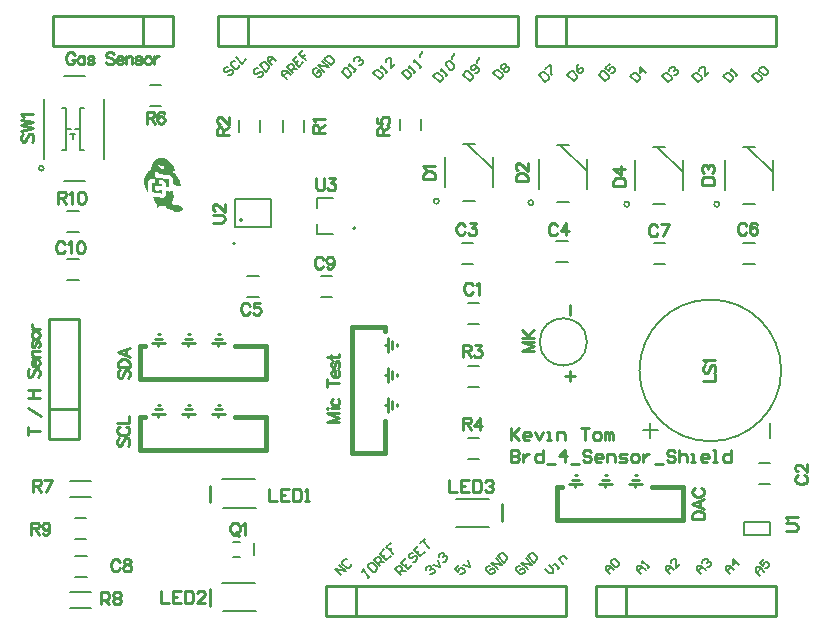
<source format=gto>
G04*
G04 #@! TF.GenerationSoftware,Altium Limited,Altium Designer,22.1.2 (22)*
G04*
G04 Layer_Color=65535*
%FSLAX25Y25*%
%MOIN*%
G70*
G04*
G04 #@! TF.SameCoordinates,9C9567F8-7803-4A2A-AD9E-191CB7A9E8FD*
G04*
G04*
G04 #@! TF.FilePolarity,Positive*
G04*
G01*
G75*
%ADD10C,0.00787*%
%ADD11C,0.00600*%
%ADD12C,0.00500*%
%ADD13C,0.01500*%
%ADD14C,0.01000*%
G36*
X50792Y158331D02*
X50952D01*
Y158315D01*
X51048D01*
Y158299D01*
X51145D01*
Y158283D01*
X51241D01*
Y158267D01*
X51321D01*
Y158251D01*
X51401D01*
Y158235D01*
X51449D01*
Y158219D01*
X51513D01*
Y158203D01*
X51562D01*
Y158187D01*
X51594D01*
Y158171D01*
X51642D01*
Y158155D01*
X51674D01*
Y158139D01*
X51722D01*
Y158123D01*
X51754D01*
Y158107D01*
X51770D01*
Y158090D01*
X51818D01*
Y158074D01*
X51834D01*
Y158058D01*
X51867D01*
Y158042D01*
X51898D01*
Y158026D01*
X51915D01*
Y158010D01*
X51947D01*
Y157994D01*
X51979D01*
Y157978D01*
X52011D01*
Y157962D01*
X52027D01*
Y157946D01*
X52059D01*
Y157930D01*
X52075D01*
Y157914D01*
X52107D01*
Y157898D01*
X52123D01*
Y157882D01*
X52139D01*
Y157866D01*
X52171D01*
Y157850D01*
X52187D01*
Y157834D01*
X52219D01*
Y157818D01*
X52235D01*
Y157802D01*
X52251D01*
Y157786D01*
X52284D01*
Y157770D01*
X52300D01*
Y157754D01*
X52332D01*
Y157738D01*
X52348D01*
Y157721D01*
X52364D01*
Y157705D01*
X52380D01*
Y157689D01*
X52396D01*
Y157673D01*
X52428D01*
Y157657D01*
X52444D01*
Y157641D01*
X52460D01*
Y157625D01*
X52492D01*
Y157609D01*
X52508D01*
Y157593D01*
X52524D01*
Y157577D01*
X52540D01*
Y157561D01*
X52556D01*
Y157545D01*
X52588D01*
Y157529D01*
X52604D01*
Y157513D01*
X52620D01*
Y157497D01*
X52636D01*
Y157481D01*
X52653D01*
Y157465D01*
X52668D01*
Y157449D01*
X52701D01*
Y157433D01*
X52717D01*
Y157417D01*
X52733D01*
Y157401D01*
X52749D01*
Y157385D01*
X52765D01*
Y157369D01*
X52781D01*
Y157352D01*
X52797D01*
Y157336D01*
X52813D01*
Y157320D01*
X52845D01*
Y157304D01*
X52861D01*
Y157288D01*
X52877D01*
Y157272D01*
X52893D01*
Y157256D01*
X52909D01*
Y157240D01*
X52925D01*
Y157224D01*
X52941D01*
Y157208D01*
X52957D01*
Y157192D01*
X52973D01*
Y157176D01*
X53005D01*
Y157160D01*
X53022D01*
Y157144D01*
X53038D01*
Y157128D01*
X53053D01*
Y157112D01*
X53070D01*
Y157096D01*
X53086D01*
Y157080D01*
X53102D01*
Y157064D01*
X53118D01*
Y157048D01*
X53134D01*
Y157032D01*
X53150D01*
Y157016D01*
X53166D01*
Y157000D01*
X53182D01*
Y156983D01*
X53198D01*
Y156967D01*
X53214D01*
Y156951D01*
X53230D01*
Y156935D01*
X53246D01*
Y156919D01*
X53262D01*
Y156903D01*
X53278D01*
Y156887D01*
X53294D01*
Y156871D01*
X53310D01*
Y156855D01*
X53342D01*
Y156839D01*
X53358D01*
Y156823D01*
X53374D01*
Y156807D01*
X53390D01*
Y156791D01*
X53407D01*
Y156775D01*
X53422D01*
Y156759D01*
X53439D01*
Y156743D01*
X53455D01*
Y156727D01*
X53471D01*
Y156711D01*
X53487D01*
Y156695D01*
X53503D01*
Y156679D01*
X53519D01*
Y156663D01*
X53535D01*
Y156647D01*
X53551D01*
Y156631D01*
X53567D01*
Y156615D01*
X53583D01*
Y156599D01*
X53599D01*
Y156582D01*
X53615D01*
Y156567D01*
X53631D01*
Y156550D01*
X53647D01*
Y156534D01*
X53663D01*
Y156518D01*
X53679D01*
Y156502D01*
X53695D01*
Y156486D01*
X53711D01*
Y156470D01*
X53727D01*
Y156454D01*
X53743D01*
Y156438D01*
X53759D01*
Y156422D01*
X53775D01*
Y156406D01*
X53791D01*
Y156390D01*
X53807D01*
Y156358D01*
X53824D01*
Y156342D01*
X53840D01*
Y156326D01*
X53856D01*
Y156310D01*
X53872D01*
Y156294D01*
X53888D01*
Y156278D01*
X53904D01*
Y156262D01*
X53920D01*
Y156246D01*
X53936D01*
Y156230D01*
X53952D01*
Y156214D01*
X53968D01*
Y156198D01*
X53984D01*
Y156182D01*
X54000D01*
Y156165D01*
X54016D01*
Y156149D01*
X54032D01*
Y156133D01*
X54048D01*
Y156117D01*
X54064D01*
Y156101D01*
X54080D01*
Y156085D01*
X54096D01*
Y156069D01*
X54112D01*
Y156053D01*
X54128D01*
Y156037D01*
X54144D01*
Y156021D01*
X54160D01*
Y156005D01*
X54176D01*
Y155989D01*
X54193D01*
Y155957D01*
X54208D01*
Y155941D01*
X54225D01*
Y155925D01*
X54241D01*
Y155909D01*
X54257D01*
Y155893D01*
X54273D01*
Y155877D01*
X54289D01*
Y155861D01*
X54305D01*
Y155845D01*
X54321D01*
Y155828D01*
X54337D01*
Y155813D01*
X54353D01*
Y155797D01*
X54369D01*
Y155780D01*
X54385D01*
Y155764D01*
X54401D01*
Y155748D01*
X54417D01*
Y155716D01*
X54433D01*
Y155700D01*
X54449D01*
Y155684D01*
X54465D01*
Y155668D01*
X54481D01*
Y155652D01*
X54497D01*
Y155636D01*
X54513D01*
Y155620D01*
X54529D01*
Y155604D01*
X54545D01*
Y155572D01*
X54562D01*
Y155556D01*
X54577D01*
Y155524D01*
X54593D01*
Y155476D01*
X54610D01*
Y155363D01*
X54626D01*
Y155251D01*
X54642D01*
Y155203D01*
X54658D01*
Y155139D01*
X54674D01*
Y155107D01*
X54690D01*
Y155059D01*
X54706D01*
Y155043D01*
X54722D01*
Y155010D01*
X54738D01*
Y154978D01*
X54754D01*
Y154962D01*
X54770D01*
Y154930D01*
X54786D01*
Y154914D01*
X54802D01*
Y154882D01*
X54818D01*
Y154850D01*
X54834D01*
Y154834D01*
X54850D01*
Y154802D01*
X54866D01*
Y154770D01*
X54882D01*
Y154738D01*
X54898D01*
Y154722D01*
X54914D01*
Y154690D01*
X54930D01*
Y154657D01*
X54947D01*
Y154641D01*
X54962D01*
Y154593D01*
X54979D01*
Y154577D01*
X54995D01*
Y154545D01*
X55011D01*
Y154513D01*
X55027D01*
Y154497D01*
X55043D01*
Y154449D01*
X55059D01*
Y154433D01*
X55075D01*
Y154305D01*
X55059D01*
Y154289D01*
X55043D01*
Y154256D01*
X55027D01*
Y154240D01*
X55011D01*
Y154224D01*
X54995D01*
Y154208D01*
X54962D01*
Y154192D01*
X54947D01*
Y154176D01*
X54930D01*
Y154160D01*
X54914D01*
Y154144D01*
X54898D01*
Y154128D01*
X54882D01*
Y154112D01*
X54866D01*
Y154096D01*
X54850D01*
Y154080D01*
X54818D01*
Y154064D01*
X54802D01*
Y154048D01*
X54786D01*
Y154032D01*
X54770D01*
Y154016D01*
X54754D01*
Y154000D01*
X54722D01*
Y153984D01*
X54706D01*
Y153968D01*
X54690D01*
Y153952D01*
X54658D01*
Y153936D01*
X54642D01*
Y153920D01*
X54626D01*
Y153903D01*
X54593D01*
Y153887D01*
X54562D01*
Y153872D01*
X54545D01*
Y153855D01*
X54497D01*
Y153839D01*
X54465D01*
Y153823D01*
X54417D01*
Y153807D01*
X54401D01*
Y153791D01*
X54385D01*
Y153775D01*
X54353D01*
Y153743D01*
X54337D01*
Y153711D01*
X54321D01*
Y153631D01*
X54337D01*
Y153599D01*
X54353D01*
Y153583D01*
X54369D01*
Y153567D01*
X54385D01*
Y153551D01*
X54401D01*
Y153535D01*
X54417D01*
Y153519D01*
X54449D01*
Y153503D01*
X54465D01*
Y153487D01*
X54497D01*
Y153470D01*
X54513D01*
Y153454D01*
X54529D01*
Y153438D01*
X54562D01*
Y153422D01*
X54577D01*
Y153406D01*
X54593D01*
Y153390D01*
X54610D01*
Y153374D01*
X54642D01*
Y153358D01*
X54658D01*
Y153342D01*
X54674D01*
Y153326D01*
X54690D01*
Y153310D01*
X54722D01*
Y153294D01*
X54738D01*
Y153278D01*
X54754D01*
Y153262D01*
X54770D01*
Y153246D01*
X54802D01*
Y153230D01*
X54818D01*
Y153214D01*
X54834D01*
Y153198D01*
X54850D01*
Y153182D01*
X54866D01*
Y153166D01*
X54898D01*
Y153150D01*
X54914D01*
Y153133D01*
X54930D01*
Y153118D01*
X54947D01*
Y153102D01*
X54962D01*
Y153085D01*
X54979D01*
Y153069D01*
X54995D01*
Y153053D01*
X55027D01*
Y153037D01*
X55043D01*
Y153021D01*
X55059D01*
Y153005D01*
X55075D01*
Y152989D01*
X55091D01*
Y152973D01*
X55107D01*
Y152957D01*
X55123D01*
Y152941D01*
X55139D01*
Y152925D01*
X55155D01*
Y152893D01*
X55171D01*
Y152877D01*
X55187D01*
Y152861D01*
X55203D01*
Y152845D01*
X55219D01*
Y152829D01*
X55235D01*
Y152813D01*
X55251D01*
Y152781D01*
X55267D01*
Y152765D01*
X55283D01*
Y152749D01*
X55299D01*
Y152733D01*
X55315D01*
Y152700D01*
X55331D01*
Y152684D01*
X55348D01*
Y152668D01*
X55364D01*
Y152652D01*
X55380D01*
Y152636D01*
X55396D01*
Y152604D01*
X55412D01*
Y152588D01*
X55428D01*
Y152572D01*
X55444D01*
Y152540D01*
X55460D01*
Y152524D01*
X55476D01*
Y152508D01*
X55492D01*
Y152492D01*
X55508D01*
Y152460D01*
X55524D01*
Y152444D01*
X55540D01*
Y152428D01*
X55556D01*
Y152396D01*
X55572D01*
Y152380D01*
X55588D01*
Y152364D01*
X55604D01*
Y152331D01*
X55620D01*
Y152315D01*
X55636D01*
Y152283D01*
X55652D01*
Y152267D01*
X55668D01*
Y152235D01*
X55684D01*
Y152203D01*
X55700D01*
Y152155D01*
X55717D01*
Y152139D01*
X55733D01*
Y152091D01*
X55748D01*
Y152059D01*
X55765D01*
Y152027D01*
X55781D01*
Y151995D01*
X55797D01*
Y151962D01*
X55813D01*
Y151930D01*
X55829D01*
Y151898D01*
X55845D01*
Y151882D01*
X55861D01*
Y151866D01*
X55877D01*
Y151834D01*
X55893D01*
Y151818D01*
X55909D01*
Y151802D01*
X55925D01*
Y151770D01*
X55941D01*
Y151754D01*
X55957D01*
Y151722D01*
X55973D01*
Y151706D01*
X55989D01*
Y151690D01*
X56005D01*
Y151658D01*
X56021D01*
Y151642D01*
X56037D01*
Y151626D01*
X56053D01*
Y151610D01*
X56069D01*
Y151577D01*
X56085D01*
Y151561D01*
X56102D01*
Y151545D01*
X56117D01*
Y151529D01*
X56134D01*
Y151497D01*
X56150D01*
Y151481D01*
X56166D01*
Y151465D01*
X56182D01*
Y151449D01*
X56198D01*
Y151433D01*
X56214D01*
Y151417D01*
X56230D01*
Y151401D01*
X56246D01*
Y151385D01*
X56262D01*
Y151369D01*
X56278D01*
Y151353D01*
X56310D01*
Y151337D01*
X56326D01*
Y151321D01*
X56342D01*
Y151305D01*
X56358D01*
Y151289D01*
X56374D01*
Y151273D01*
X56390D01*
Y151257D01*
X56406D01*
Y151241D01*
X56438D01*
Y151225D01*
X56454D01*
Y151208D01*
X56470D01*
Y151192D01*
X56486D01*
Y151177D01*
X56502D01*
Y151160D01*
X56519D01*
Y151128D01*
X56535D01*
Y151112D01*
X56551D01*
Y151096D01*
X56567D01*
Y151080D01*
X56583D01*
Y151064D01*
X56599D01*
Y151048D01*
X56615D01*
Y151016D01*
X56631D01*
Y151000D01*
X56647D01*
Y150984D01*
X56663D01*
Y150952D01*
X56679D01*
Y150920D01*
X56695D01*
Y150888D01*
X56711D01*
Y150872D01*
X56727D01*
Y150824D01*
X56743D01*
Y150792D01*
X56759D01*
Y150759D01*
X56775D01*
Y150695D01*
X56791D01*
Y150647D01*
X56807D01*
Y150599D01*
X56823D01*
Y150535D01*
X56839D01*
Y150471D01*
X56855D01*
Y150342D01*
X56871D01*
Y149925D01*
X56888D01*
Y149765D01*
X56903D01*
Y149685D01*
X56920D01*
Y149588D01*
X56936D01*
Y149476D01*
X56952D01*
Y149412D01*
X56968D01*
Y149300D01*
X56984D01*
Y149203D01*
X57000D01*
Y149091D01*
X57016D01*
Y149027D01*
X57000D01*
Y149011D01*
X56615D01*
Y149027D01*
X56583D01*
Y149011D01*
X56567D01*
Y149027D01*
X56358D01*
Y149043D01*
X56134D01*
Y149059D01*
X55989D01*
Y149075D01*
X55845D01*
Y149091D01*
X55765D01*
Y149107D01*
X55652D01*
Y149123D01*
X55556D01*
Y149139D01*
X55508D01*
Y149155D01*
X55428D01*
Y149171D01*
X55364D01*
Y149187D01*
X55315D01*
Y149203D01*
X55267D01*
Y149219D01*
X55219D01*
Y149235D01*
X55171D01*
Y149251D01*
X55139D01*
Y149267D01*
X55091D01*
Y149284D01*
X55059D01*
Y149300D01*
X55027D01*
Y149316D01*
X54995D01*
Y149332D01*
X54979D01*
Y149348D01*
X54947D01*
Y149364D01*
X54914D01*
Y149380D01*
X54882D01*
Y149396D01*
X54866D01*
Y149412D01*
X54850D01*
Y149428D01*
X54818D01*
Y149444D01*
X54802D01*
Y149460D01*
X54770D01*
Y149476D01*
X54754D01*
Y149492D01*
X54738D01*
Y149508D01*
X54722D01*
Y149524D01*
X54706D01*
Y149540D01*
X54690D01*
Y149556D01*
X54674D01*
Y149572D01*
X54658D01*
Y149588D01*
X54642D01*
Y149604D01*
X54626D01*
Y149620D01*
X54610D01*
Y149636D01*
X54593D01*
Y149653D01*
X54577D01*
Y149669D01*
X54562D01*
Y149701D01*
X54545D01*
Y149717D01*
X54529D01*
Y149733D01*
X54513D01*
Y149765D01*
X54497D01*
Y149781D01*
X54481D01*
Y149813D01*
X54465D01*
Y149829D01*
X54449D01*
Y149861D01*
X54433D01*
Y149893D01*
X54417D01*
Y149925D01*
X54401D01*
Y151433D01*
X54385D01*
Y151465D01*
X54369D01*
Y151481D01*
X54353D01*
Y151497D01*
X54337D01*
Y151513D01*
X54321D01*
Y151529D01*
X54305D01*
Y151545D01*
X54289D01*
Y151561D01*
X54273D01*
Y151577D01*
X54257D01*
Y151594D01*
X54241D01*
Y151610D01*
X54225D01*
Y151626D01*
X54208D01*
Y151642D01*
X54193D01*
Y151658D01*
X54176D01*
Y151674D01*
X54160D01*
Y151690D01*
X54144D01*
Y151706D01*
X54128D01*
Y151722D01*
X54112D01*
Y151738D01*
X54096D01*
Y151770D01*
X54080D01*
Y151786D01*
X54064D01*
Y151802D01*
X54048D01*
Y151818D01*
X54032D01*
Y151834D01*
X54016D01*
Y151850D01*
X54000D01*
Y151866D01*
X53984D01*
Y151882D01*
X53968D01*
Y151898D01*
X53952D01*
Y151914D01*
X53936D01*
Y151930D01*
X53920D01*
Y151946D01*
X53904D01*
Y151962D01*
X53888D01*
Y151979D01*
X53872D01*
Y151995D01*
X53856D01*
Y152011D01*
X53840D01*
Y152027D01*
X53824D01*
Y152043D01*
X53807D01*
Y152059D01*
X53791D01*
Y152075D01*
X53775D01*
Y152091D01*
X53759D01*
Y152107D01*
X53743D01*
Y152123D01*
X53727D01*
Y152139D01*
X53711D01*
Y152155D01*
X53695D01*
Y152171D01*
X53679D01*
Y152187D01*
X53663D01*
Y152203D01*
X53647D01*
Y152235D01*
X53615D01*
Y152267D01*
X53599D01*
Y152283D01*
X53583D01*
Y152299D01*
X53567D01*
Y152315D01*
X53551D01*
Y152331D01*
X53535D01*
Y152348D01*
X53519D01*
Y152364D01*
X53503D01*
Y152380D01*
X53487D01*
Y152396D01*
X53471D01*
Y152412D01*
X53455D01*
Y152428D01*
X53439D01*
Y152444D01*
X53422D01*
Y152460D01*
X53390D01*
Y152476D01*
X53278D01*
Y152492D01*
X53182D01*
Y152508D01*
X53053D01*
Y152524D01*
X52957D01*
Y152540D01*
X52829D01*
Y152556D01*
X52749D01*
Y152572D01*
X52636D01*
Y152588D01*
X52508D01*
Y152604D01*
X52428D01*
Y152620D01*
X52300D01*
Y152636D01*
X52203D01*
Y152652D01*
X52075D01*
Y152668D01*
X51963D01*
Y152684D01*
X51882D01*
Y152700D01*
X51754D01*
Y152717D01*
X51658D01*
Y152733D01*
X51530D01*
Y152749D01*
X51449D01*
Y152765D01*
X51321D01*
Y152781D01*
X51209D01*
Y152797D01*
X51129D01*
Y152813D01*
X50984D01*
Y152829D01*
X50904D01*
Y152845D01*
X50776D01*
Y152861D01*
X50663D01*
Y152877D01*
X50583D01*
Y152893D01*
X50455D01*
Y152909D01*
X50358D01*
Y152925D01*
X50230D01*
Y152941D01*
X50134D01*
Y152957D01*
X50022D01*
Y152973D01*
X49909D01*
Y152989D01*
X49813D01*
Y153005D01*
X49685D01*
Y153021D01*
X49621D01*
Y153053D01*
X49605D01*
Y153390D01*
X49621D01*
Y153406D01*
X49605D01*
Y153438D01*
X49573D01*
Y153454D01*
X49476D01*
Y153470D01*
X49348D01*
Y153487D01*
X49252D01*
Y153503D01*
X49123D01*
Y153519D01*
X49043D01*
Y153535D01*
X48931D01*
Y153551D01*
X48803D01*
Y153567D01*
X48722D01*
Y153583D01*
X48594D01*
Y153599D01*
X48546D01*
Y153567D01*
X48530D01*
Y153535D01*
X48546D01*
Y151898D01*
X48530D01*
Y151850D01*
X48546D01*
Y151834D01*
X48562D01*
Y151818D01*
X48674D01*
Y151802D01*
X48770D01*
Y151786D01*
X48899D01*
Y151770D01*
X48995D01*
Y151754D01*
X49091D01*
Y151738D01*
X49220D01*
Y151722D01*
X49300D01*
Y151706D01*
X49444D01*
Y151690D01*
X49524D01*
Y151674D01*
X49637D01*
Y151658D01*
X49765D01*
Y151642D01*
X49845D01*
Y151626D01*
X49990D01*
Y151610D01*
X50070D01*
Y151594D01*
X50198D01*
Y151577D01*
X50310D01*
Y151561D01*
X50391D01*
Y151545D01*
X50519D01*
Y151529D01*
X50615D01*
Y151513D01*
X50744D01*
Y151497D01*
X50824D01*
Y151481D01*
X50952D01*
Y151465D01*
X51064D01*
Y151449D01*
X51145D01*
Y151433D01*
X51289D01*
Y151417D01*
X51369D01*
Y151401D01*
X51498D01*
Y151385D01*
X51610D01*
Y151369D01*
X51706D01*
Y151353D01*
X51818D01*
Y151337D01*
X51915D01*
Y151321D01*
X52043D01*
Y151305D01*
X52139D01*
Y151289D01*
X52251D01*
Y151273D01*
X52364D01*
Y151257D01*
X52460D01*
Y151241D01*
X52588D01*
Y151225D01*
X52685D01*
Y151208D01*
X52797D01*
Y151192D01*
X52909D01*
Y151177D01*
X53005D01*
Y151160D01*
X53086D01*
Y151144D01*
X53102D01*
Y148514D01*
X53086D01*
Y148497D01*
X52989D01*
Y148514D01*
X52893D01*
Y148530D01*
X52781D01*
Y148546D01*
X52653D01*
Y148562D01*
X52572D01*
Y148578D01*
X52444D01*
Y148594D01*
X52348D01*
Y148610D01*
X52219D01*
Y148626D01*
X52139D01*
Y148642D01*
X52123D01*
Y148674D01*
X52107D01*
Y148706D01*
X52123D01*
Y149733D01*
X52107D01*
Y149765D01*
X52091D01*
Y149781D01*
X52075D01*
Y149797D01*
X52059D01*
Y149813D01*
X52043D01*
Y149829D01*
X52027D01*
Y149861D01*
X52011D01*
Y149877D01*
X51995D01*
Y149893D01*
X51963D01*
Y149925D01*
X51947D01*
Y149941D01*
X51931D01*
Y149957D01*
X51915D01*
Y149973D01*
X51898D01*
Y149989D01*
X51882D01*
Y150005D01*
X51867D01*
Y150022D01*
X51850D01*
Y150038D01*
X51834D01*
Y150054D01*
X51818D01*
Y150070D01*
X51802D01*
Y150086D01*
X51786D01*
Y150102D01*
X51770D01*
Y150118D01*
X51754D01*
Y150150D01*
X51738D01*
Y150166D01*
X51722D01*
Y150182D01*
X51706D01*
Y150198D01*
X51690D01*
Y150214D01*
X51674D01*
Y150230D01*
X51658D01*
Y150246D01*
X51642D01*
Y150262D01*
X51626D01*
Y150278D01*
X51610D01*
Y150294D01*
X51594D01*
Y150310D01*
X51578D01*
Y150326D01*
X51562D01*
Y150342D01*
X51546D01*
Y150358D01*
X51530D01*
Y150374D01*
X51513D01*
Y150390D01*
X51498D01*
Y150407D01*
X51481D01*
Y150423D01*
X51465D01*
Y150455D01*
X51449D01*
Y150471D01*
X51417D01*
Y150503D01*
X51401D01*
Y150519D01*
X51385D01*
Y150535D01*
X51369D01*
Y150551D01*
X51353D01*
Y150567D01*
X51337D01*
Y150583D01*
X51321D01*
Y150599D01*
X51305D01*
Y150615D01*
X51289D01*
Y150631D01*
X51273D01*
Y150647D01*
X51257D01*
Y150663D01*
X51241D01*
Y150679D01*
X51225D01*
Y150695D01*
X51209D01*
Y150711D01*
X51193D01*
Y150727D01*
X51177D01*
Y150743D01*
X51161D01*
Y150759D01*
X51145D01*
Y150775D01*
X51129D01*
Y150792D01*
X51113D01*
Y150807D01*
X51032D01*
Y150824D01*
X50952D01*
Y150840D01*
X50840D01*
Y150856D01*
X50712D01*
Y150872D01*
X50631D01*
Y150888D01*
X50487D01*
Y150904D01*
X50407D01*
Y150920D01*
X50278D01*
Y150936D01*
X50166D01*
Y150952D01*
X50086D01*
Y150968D01*
X49957D01*
Y150984D01*
X49861D01*
Y151000D01*
X49733D01*
Y151016D01*
X49637D01*
Y149701D01*
X49669D01*
Y149685D01*
X49765D01*
Y149669D01*
X49893D01*
Y149653D01*
X50006D01*
Y149636D01*
X50086D01*
Y149620D01*
X50214D01*
Y149604D01*
X50310D01*
Y149588D01*
X50439D01*
Y149572D01*
X50519D01*
Y149556D01*
X50647D01*
Y149540D01*
X50760D01*
Y149524D01*
X50808D01*
Y149508D01*
X50824D01*
Y149492D01*
X50840D01*
Y149460D01*
X50824D01*
Y148899D01*
X50840D01*
Y148866D01*
X50824D01*
Y148834D01*
X50727D01*
Y148850D01*
X50599D01*
Y148866D01*
X50503D01*
Y148882D01*
X50375D01*
Y148899D01*
X50278D01*
Y148915D01*
X50166D01*
Y148931D01*
X50054D01*
Y148947D01*
X49973D01*
Y148963D01*
X49829D01*
Y148979D01*
X49733D01*
Y148995D01*
X49621D01*
Y149011D01*
X49508D01*
Y149027D01*
X49412D01*
Y149043D01*
X49284D01*
Y149059D01*
X49204D01*
Y149075D01*
X49075D01*
Y149091D01*
X48979D01*
Y149107D01*
X48867D01*
Y149123D01*
X48754D01*
Y149139D01*
X48658D01*
Y149155D01*
X48562D01*
Y149139D01*
X48546D01*
Y149091D01*
X48562D01*
Y149075D01*
X48546D01*
Y149059D01*
X48562D01*
Y149027D01*
X48546D01*
Y147487D01*
X48562D01*
Y147439D01*
X48546D01*
Y147407D01*
X48562D01*
Y147391D01*
X48578D01*
Y147375D01*
X48658D01*
Y147359D01*
X48787D01*
Y147343D01*
X48883D01*
Y147327D01*
X48979D01*
Y147310D01*
X49107D01*
Y147294D01*
X49204D01*
Y147278D01*
X49332D01*
Y147262D01*
X49412D01*
Y147246D01*
X49524D01*
Y147230D01*
X49605D01*
Y147246D01*
X49621D01*
Y147615D01*
X49637D01*
Y147631D01*
X49701D01*
Y147615D01*
X49829D01*
Y147599D01*
X49909D01*
Y147583D01*
X50054D01*
Y147567D01*
X50134D01*
Y147551D01*
X50262D01*
Y147535D01*
X50375D01*
Y147519D01*
X50455D01*
Y147503D01*
X50583D01*
Y147487D01*
X50679D01*
Y147471D01*
X50792D01*
Y147455D01*
X50824D01*
Y147407D01*
X50840D01*
Y147375D01*
X50824D01*
Y146476D01*
X50840D01*
Y146460D01*
X50824D01*
Y146428D01*
X50679D01*
Y146444D01*
X50599D01*
Y146460D01*
X50471D01*
Y146476D01*
X50375D01*
Y146492D01*
X50246D01*
Y146508D01*
X50150D01*
Y146524D01*
X50054D01*
Y146540D01*
X49925D01*
Y146556D01*
X49829D01*
Y146572D01*
X49717D01*
Y146589D01*
X49621D01*
Y146605D01*
X49508D01*
Y146621D01*
X49380D01*
Y146637D01*
X49300D01*
Y146653D01*
X49172D01*
Y146669D01*
X49075D01*
Y146685D01*
X48947D01*
Y146701D01*
X48851D01*
Y146717D01*
X48754D01*
Y146733D01*
X48626D01*
Y146749D01*
X48530D01*
Y146765D01*
X48417D01*
Y146781D01*
X48321D01*
Y146797D01*
X48209D01*
Y146813D01*
X48081D01*
Y146829D01*
X48000D01*
Y146845D01*
X47872D01*
Y146861D01*
X47776D01*
Y146877D01*
X47648D01*
Y146893D01*
X47551D01*
Y146909D01*
X47471D01*
Y146925D01*
X47455D01*
Y150022D01*
X47551D01*
Y150005D01*
X47680D01*
Y149989D01*
X47776D01*
Y149973D01*
X47888D01*
Y149957D01*
X47984D01*
Y149941D01*
X48097D01*
Y149925D01*
X48209D01*
Y149909D01*
X48305D01*
Y149893D01*
X48450D01*
Y149877D01*
X48530D01*
Y151192D01*
X48417D01*
Y151208D01*
X48337D01*
Y151225D01*
X48225D01*
Y151241D01*
X48097D01*
Y151257D01*
X48017D01*
Y151273D01*
X47888D01*
Y151289D01*
X47792D01*
Y151305D01*
X47680D01*
Y151321D01*
X47567D01*
Y151337D01*
X47471D01*
Y151353D01*
X47343D01*
Y151369D01*
X47247D01*
Y151385D01*
X47198D01*
Y151369D01*
X47166D01*
Y151353D01*
X47150D01*
Y151337D01*
X47118D01*
Y151321D01*
X47102D01*
Y151305D01*
X47086D01*
Y151289D01*
X47054D01*
Y151273D01*
X47038D01*
Y151257D01*
X47022D01*
Y151241D01*
X46990D01*
Y151225D01*
X46974D01*
Y151208D01*
X46942D01*
Y151192D01*
X46926D01*
Y151177D01*
X46910D01*
Y151160D01*
X46878D01*
Y151144D01*
X46861D01*
Y151128D01*
X46845D01*
Y151112D01*
X46813D01*
Y151096D01*
X46797D01*
Y151080D01*
X46765D01*
Y151064D01*
X46749D01*
Y151048D01*
X46733D01*
Y151032D01*
X46701D01*
Y151016D01*
X46685D01*
Y151000D01*
X46653D01*
Y150984D01*
X46637D01*
Y150968D01*
X46621D01*
Y150952D01*
X46589D01*
Y150936D01*
X46573D01*
Y150920D01*
X46557D01*
Y150904D01*
X46525D01*
Y150888D01*
X46508D01*
Y150872D01*
X46477D01*
Y150856D01*
X46460D01*
Y150840D01*
X46444D01*
Y150824D01*
X46412D01*
Y150807D01*
X46396D01*
Y150792D01*
X46380D01*
Y150775D01*
X46348D01*
Y150759D01*
X46332D01*
Y150743D01*
X46300D01*
Y150727D01*
X46284D01*
Y150711D01*
X46268D01*
Y150695D01*
X46236D01*
Y150679D01*
X46220D01*
Y150663D01*
X46188D01*
Y150631D01*
X46172D01*
Y146701D01*
X46140D01*
Y146717D01*
X46123D01*
Y146733D01*
X46108D01*
Y146749D01*
X46091D01*
Y146765D01*
X46075D01*
Y146797D01*
X46059D01*
Y146813D01*
X46043D01*
Y146829D01*
X46027D01*
Y146845D01*
X46011D01*
Y146861D01*
X45995D01*
Y146877D01*
X45979D01*
Y146909D01*
X45963D01*
Y146925D01*
X45947D01*
Y146941D01*
X45931D01*
Y146958D01*
X45915D01*
Y146990D01*
X45899D01*
Y147006D01*
X45883D01*
Y147038D01*
X45867D01*
Y147054D01*
X45851D01*
Y147070D01*
X45835D01*
Y147102D01*
X45819D01*
Y147118D01*
X45803D01*
Y147150D01*
X45787D01*
Y147166D01*
X45771D01*
Y147182D01*
X45755D01*
Y147214D01*
X45739D01*
Y147230D01*
X45722D01*
Y147262D01*
X45706D01*
Y147278D01*
X45690D01*
Y147310D01*
X45674D01*
Y147343D01*
X45658D01*
Y147359D01*
X45642D01*
Y147391D01*
X45626D01*
Y147407D01*
X45610D01*
Y147439D01*
X45594D01*
Y147471D01*
X45578D01*
Y147503D01*
X45562D01*
Y147535D01*
X45546D01*
Y147551D01*
X45530D01*
Y147583D01*
X45514D01*
Y147615D01*
X45498D01*
Y147647D01*
X45482D01*
Y147679D01*
X45466D01*
Y147712D01*
X45450D01*
Y147744D01*
X45434D01*
Y147776D01*
X45418D01*
Y147808D01*
X45402D01*
Y147840D01*
X45386D01*
Y147872D01*
X45370D01*
Y147904D01*
X45353D01*
Y147936D01*
X45338D01*
Y147984D01*
X45322D01*
Y148016D01*
X45305D01*
Y148048D01*
X45289D01*
Y148097D01*
X45273D01*
Y148128D01*
X45257D01*
Y148177D01*
X45241D01*
Y148209D01*
X45225D01*
Y148257D01*
X45209D01*
Y148305D01*
X45193D01*
Y148353D01*
X45177D01*
Y148401D01*
X45161D01*
Y148433D01*
X45145D01*
Y148497D01*
X45129D01*
Y148546D01*
X45113D01*
Y148594D01*
X45097D01*
Y148642D01*
X45081D01*
Y148674D01*
X45065D01*
Y148738D01*
X45049D01*
Y148770D01*
X45033D01*
Y148818D01*
X45017D01*
Y148866D01*
X45001D01*
Y148915D01*
X44985D01*
Y148979D01*
X44969D01*
Y149027D01*
X44952D01*
Y149091D01*
X44936D01*
Y149139D01*
X44920D01*
Y149203D01*
X44904D01*
Y149267D01*
X44888D01*
Y149332D01*
X44872D01*
Y149412D01*
X44856D01*
Y149492D01*
X44840D01*
Y149588D01*
X44824D01*
Y149685D01*
X44808D01*
Y149797D01*
X44792D01*
Y149989D01*
X44776D01*
Y150679D01*
X44792D01*
Y150904D01*
X44808D01*
Y151032D01*
X44824D01*
Y151128D01*
X44840D01*
Y151241D01*
X44856D01*
Y151321D01*
X44872D01*
Y151417D01*
X44888D01*
Y151481D01*
X44904D01*
Y151561D01*
X44920D01*
Y151626D01*
X44936D01*
Y151690D01*
X44952D01*
Y151754D01*
X44969D01*
Y151802D01*
X44985D01*
Y151866D01*
X45001D01*
Y151914D01*
X45017D01*
Y151979D01*
X45033D01*
Y152027D01*
X45049D01*
Y152059D01*
X45065D01*
Y152123D01*
X45081D01*
Y152155D01*
X45097D01*
Y152203D01*
X45113D01*
Y152251D01*
X45129D01*
Y152283D01*
X45145D01*
Y152331D01*
X45161D01*
Y152364D01*
X45177D01*
Y152396D01*
X45193D01*
Y152428D01*
X45209D01*
Y152460D01*
X45225D01*
Y152508D01*
X45241D01*
Y152524D01*
X45257D01*
Y152572D01*
X45273D01*
Y152588D01*
X45289D01*
Y152620D01*
X45305D01*
Y152652D01*
X45322D01*
Y152684D01*
X45338D01*
Y152717D01*
X45353D01*
Y152733D01*
X45370D01*
Y152765D01*
X45386D01*
Y152797D01*
X45402D01*
Y152813D01*
X45418D01*
Y152845D01*
X45434D01*
Y152861D01*
X45450D01*
Y152893D01*
X45466D01*
Y152909D01*
X45482D01*
Y152941D01*
X45498D01*
Y152957D01*
X45514D01*
Y152973D01*
X45530D01*
Y153005D01*
X45546D01*
Y153021D01*
X45562D01*
Y153037D01*
X45578D01*
Y153069D01*
X45594D01*
Y153085D01*
X45610D01*
Y153102D01*
X45626D01*
Y153133D01*
X45642D01*
Y153150D01*
X45658D01*
Y153166D01*
X45674D01*
Y153198D01*
X45690D01*
Y153214D01*
X45706D01*
Y153230D01*
X45722D01*
Y153262D01*
X45739D01*
Y153278D01*
X45755D01*
Y153294D01*
X45771D01*
Y153310D01*
X45787D01*
Y153342D01*
X45803D01*
Y153358D01*
X45819D01*
Y153374D01*
X45835D01*
Y153390D01*
X45851D01*
Y153406D01*
X45867D01*
Y153438D01*
X45883D01*
Y153454D01*
X45899D01*
Y153470D01*
X45915D01*
Y153487D01*
X45931D01*
Y153503D01*
X45947D01*
Y153519D01*
X45963D01*
Y153551D01*
X45979D01*
Y153567D01*
X45995D01*
Y153583D01*
X46011D01*
Y153599D01*
X46027D01*
Y153615D01*
X46043D01*
Y153631D01*
X46059D01*
Y153647D01*
X46075D01*
Y153663D01*
X46091D01*
Y153679D01*
X46108D01*
Y153695D01*
X46123D01*
Y153711D01*
X46140D01*
Y153727D01*
X46156D01*
Y153743D01*
X46172D01*
Y153759D01*
X46188D01*
Y153775D01*
X46204D01*
Y153791D01*
X46220D01*
Y153807D01*
X46236D01*
Y153823D01*
X46252D01*
Y153839D01*
X46268D01*
Y153855D01*
X46300D01*
Y153872D01*
X46316D01*
Y153887D01*
X46332D01*
Y153903D01*
X46348D01*
Y153920D01*
X46364D01*
Y153936D01*
X46380D01*
Y153952D01*
X46396D01*
Y153968D01*
X46428D01*
Y153984D01*
X46444D01*
Y154000D01*
X46460D01*
Y154016D01*
X46492D01*
Y154032D01*
X46508D01*
Y154048D01*
X46525D01*
Y154064D01*
X46557D01*
Y154080D01*
X46573D01*
Y154096D01*
X46605D01*
Y154112D01*
X46621D01*
Y154128D01*
X46653D01*
Y154144D01*
X46669D01*
Y154160D01*
X46701D01*
Y154176D01*
X46733D01*
Y154192D01*
X46749D01*
Y154208D01*
X46781D01*
Y154224D01*
X46797D01*
Y154240D01*
X46829D01*
Y154256D01*
X46845D01*
Y154272D01*
X46861D01*
Y154289D01*
X46894D01*
Y154305D01*
X46910D01*
Y154321D01*
X46942D01*
Y154337D01*
X46958D01*
Y154353D01*
X46974D01*
Y154369D01*
X46990D01*
Y154385D01*
X47022D01*
Y154401D01*
X47038D01*
Y154417D01*
X47054D01*
Y154433D01*
X47070D01*
Y154449D01*
X47086D01*
Y154481D01*
X47102D01*
Y154513D01*
X47118D01*
Y154529D01*
X47134D01*
Y154561D01*
X47150D01*
Y154609D01*
X47166D01*
Y154641D01*
X47182D01*
Y155026D01*
X47198D01*
Y155059D01*
X47182D01*
Y155075D01*
X47198D01*
Y155235D01*
X47214D01*
Y155395D01*
X47230D01*
Y155508D01*
X47247D01*
Y155588D01*
X47262D01*
Y155684D01*
X47278D01*
Y155732D01*
X47295D01*
Y155813D01*
X47311D01*
Y155861D01*
X47327D01*
Y155909D01*
X47343D01*
Y155957D01*
X47359D01*
Y156005D01*
X47375D01*
Y156053D01*
X47391D01*
Y156085D01*
X47407D01*
Y156133D01*
X47423D01*
Y156182D01*
X47439D01*
Y156214D01*
X47455D01*
Y156262D01*
X47471D01*
Y156294D01*
X47487D01*
Y156342D01*
X47503D01*
Y156374D01*
X47519D01*
Y156406D01*
X47535D01*
Y156438D01*
X47551D01*
Y156470D01*
X47567D01*
Y156518D01*
X47583D01*
Y156534D01*
X47599D01*
Y156582D01*
X47615D01*
Y156599D01*
X47631D01*
Y156631D01*
X47648D01*
Y156663D01*
X47664D01*
Y156695D01*
X47680D01*
Y156727D01*
X47696D01*
Y156759D01*
X47712D01*
Y156775D01*
X47728D01*
Y156807D01*
X47744D01*
Y156839D01*
X47760D01*
Y156855D01*
X47776D01*
Y156887D01*
X47792D01*
Y156903D01*
X47808D01*
Y156935D01*
X47824D01*
Y156951D01*
X47840D01*
Y156983D01*
X47856D01*
Y157000D01*
X47872D01*
Y157032D01*
X47888D01*
Y157048D01*
X47904D01*
Y157064D01*
X47920D01*
Y157096D01*
X47936D01*
Y157112D01*
X47952D01*
Y157144D01*
X47968D01*
Y157160D01*
X47984D01*
Y157176D01*
X48000D01*
Y157192D01*
X48017D01*
Y157208D01*
X48033D01*
Y157240D01*
X48048D01*
Y157256D01*
X48065D01*
Y157272D01*
X48081D01*
Y157288D01*
X48097D01*
Y157304D01*
X48113D01*
Y157320D01*
X48129D01*
Y157336D01*
X48145D01*
Y157352D01*
X48161D01*
Y157369D01*
X48177D01*
Y157385D01*
X48193D01*
Y157401D01*
X48209D01*
Y157417D01*
X48225D01*
Y157433D01*
X48241D01*
Y157449D01*
X48257D01*
Y157465D01*
X48289D01*
Y157481D01*
X48305D01*
Y157497D01*
X48321D01*
Y157513D01*
X48337D01*
Y157529D01*
X48369D01*
Y157545D01*
X48385D01*
Y157561D01*
X48401D01*
Y157577D01*
X48417D01*
Y157593D01*
X48450D01*
Y157609D01*
X48466D01*
Y157625D01*
X48498D01*
Y157641D01*
X48514D01*
Y157657D01*
X48530D01*
Y157673D01*
X48562D01*
Y157689D01*
X48578D01*
Y157705D01*
X48610D01*
Y157721D01*
X48626D01*
Y157738D01*
X48642D01*
Y157754D01*
X48674D01*
Y157770D01*
X48690D01*
Y157786D01*
X48722D01*
Y157802D01*
X48738D01*
Y157818D01*
X48770D01*
Y157834D01*
X48803D01*
Y157850D01*
X48818D01*
Y157866D01*
X48851D01*
Y157882D01*
X48867D01*
Y157898D01*
X48899D01*
Y157914D01*
X48931D01*
Y157930D01*
X48963D01*
Y157946D01*
X48979D01*
Y157962D01*
X49011D01*
Y157978D01*
X49043D01*
Y157994D01*
X49075D01*
Y158010D01*
X49107D01*
Y158026D01*
X49139D01*
Y158042D01*
X49155D01*
Y158058D01*
X49204D01*
Y158074D01*
X49220D01*
Y158090D01*
X49268D01*
Y158107D01*
X49300D01*
Y158123D01*
X49332D01*
Y158139D01*
X49380D01*
Y158155D01*
X49412D01*
Y158171D01*
X49460D01*
Y158187D01*
X49492D01*
Y158203D01*
X49540D01*
Y158219D01*
X49589D01*
Y158235D01*
X49637D01*
Y158251D01*
X49717D01*
Y158267D01*
X49781D01*
Y158283D01*
X49893D01*
Y158299D01*
X50006D01*
Y158315D01*
X50166D01*
Y158331D01*
X50343D01*
Y158347D01*
X50792D01*
Y158331D01*
D02*
G37*
G36*
X54112Y147583D02*
X54128D01*
Y147551D01*
X54144D01*
Y147519D01*
X54160D01*
Y147471D01*
X54176D01*
Y147439D01*
X54193D01*
Y147407D01*
X54208D01*
Y147375D01*
X54225D01*
Y147343D01*
X54241D01*
Y147294D01*
X54257D01*
Y147262D01*
X54273D01*
Y147198D01*
X54289D01*
Y147166D01*
X54305D01*
Y147118D01*
X54321D01*
Y147070D01*
X54337D01*
Y147038D01*
X54353D01*
Y146974D01*
X54369D01*
Y146925D01*
X54385D01*
Y146861D01*
X54401D01*
Y146829D01*
X54417D01*
Y146765D01*
X54433D01*
Y146701D01*
X54449D01*
Y146637D01*
X54465D01*
Y146540D01*
X54481D01*
Y146460D01*
X54497D01*
Y146332D01*
X54513D01*
Y146203D01*
X54529D01*
Y146075D01*
X54545D01*
Y145835D01*
X54562D01*
Y145017D01*
X54545D01*
Y144856D01*
X54529D01*
Y144776D01*
X54513D01*
Y144696D01*
X54497D01*
Y144615D01*
X54481D01*
Y144551D01*
X54465D01*
Y144471D01*
X54449D01*
Y144439D01*
X54433D01*
Y144375D01*
X54417D01*
Y144343D01*
X54401D01*
Y144295D01*
X54385D01*
Y144246D01*
X54369D01*
Y144214D01*
X54353D01*
Y144166D01*
X54337D01*
Y144134D01*
X54321D01*
Y144102D01*
X54305D01*
Y144070D01*
X54289D01*
Y144038D01*
X54273D01*
Y144006D01*
X54257D01*
Y143990D01*
X54241D01*
Y143958D01*
X54225D01*
Y143926D01*
X54208D01*
Y143894D01*
X54193D01*
Y143845D01*
X54176D01*
Y143813D01*
X54160D01*
Y143765D01*
X54144D01*
Y143733D01*
X54128D01*
Y143685D01*
X54112D01*
Y143637D01*
X54096D01*
Y143605D01*
X54080D01*
Y143541D01*
X54064D01*
Y143492D01*
X54048D01*
Y143428D01*
X54032D01*
Y143364D01*
X54016D01*
Y143300D01*
X54000D01*
Y143172D01*
X54016D01*
Y143140D01*
X54032D01*
Y143091D01*
X54048D01*
Y143059D01*
X54064D01*
Y143043D01*
X54080D01*
Y143011D01*
X54096D01*
Y142995D01*
X54112D01*
Y142979D01*
X54128D01*
Y142963D01*
X54144D01*
Y142931D01*
X54160D01*
Y142915D01*
X54176D01*
Y142899D01*
X54193D01*
Y142883D01*
X54225D01*
Y142867D01*
X54241D01*
Y142851D01*
X54289D01*
Y142835D01*
X54321D01*
Y142819D01*
X54353D01*
Y142803D01*
X54417D01*
Y142787D01*
X54465D01*
Y142771D01*
X54529D01*
Y142755D01*
X54610D01*
Y142739D01*
X54706D01*
Y142722D01*
X55091D01*
Y142707D01*
X55251D01*
Y142690D01*
X55460D01*
Y142674D01*
X55604D01*
Y142658D01*
X55813D01*
Y142642D01*
X55941D01*
Y142626D01*
X56053D01*
Y142610D01*
X56134D01*
Y142594D01*
X56182D01*
Y142578D01*
X56262D01*
Y142562D01*
X56294D01*
Y142546D01*
X56342D01*
Y142530D01*
X56390D01*
Y142514D01*
X56438D01*
Y142498D01*
X56470D01*
Y142482D01*
X56502D01*
Y142466D01*
X56551D01*
Y142450D01*
X56583D01*
Y142434D01*
X56615D01*
Y142418D01*
X56647D01*
Y142402D01*
X56663D01*
Y142386D01*
X56695D01*
Y142370D01*
X56727D01*
Y142353D01*
X56743D01*
Y142338D01*
X56775D01*
Y142322D01*
X56791D01*
Y142305D01*
X56823D01*
Y142289D01*
X56839D01*
Y142273D01*
X56855D01*
Y142257D01*
X56871D01*
Y142241D01*
X56888D01*
Y142225D01*
X56903D01*
Y142193D01*
X56920D01*
Y142177D01*
X56936D01*
Y142161D01*
X56952D01*
Y142145D01*
X56968D01*
Y142113D01*
X56984D01*
Y142097D01*
X57000D01*
Y142065D01*
X57016D01*
Y142049D01*
X57032D01*
Y142033D01*
X57048D01*
Y142001D01*
X57064D01*
Y141985D01*
X57080D01*
Y141969D01*
X57096D01*
Y141937D01*
X57112D01*
Y141920D01*
X57128D01*
Y141888D01*
X57144D01*
Y141872D01*
X57160D01*
Y141856D01*
X57176D01*
Y141840D01*
X57192D01*
Y141824D01*
X57208D01*
Y141808D01*
X57224D01*
Y141792D01*
X57240D01*
Y141776D01*
X57272D01*
Y141760D01*
X57288D01*
Y141744D01*
X57321D01*
Y141728D01*
X57353D01*
Y141712D01*
X57369D01*
Y141696D01*
X57401D01*
Y141680D01*
X57417D01*
Y141664D01*
X57433D01*
Y141648D01*
X57465D01*
Y141632D01*
X57481D01*
Y141616D01*
X57497D01*
Y141600D01*
X57513D01*
Y141584D01*
X57545D01*
Y141568D01*
X57561D01*
Y141551D01*
X57577D01*
Y141535D01*
X57593D01*
Y141519D01*
X57609D01*
Y141503D01*
X57625D01*
Y141487D01*
X57642D01*
Y141471D01*
X57657D01*
Y141455D01*
X57674D01*
Y141423D01*
X57690D01*
Y141407D01*
X57706D01*
Y141375D01*
X57722D01*
Y141359D01*
X57738D01*
Y141327D01*
X57754D01*
Y141311D01*
X57770D01*
Y141279D01*
X57786D01*
Y141263D01*
X57802D01*
Y141247D01*
X57818D01*
Y141199D01*
X57834D01*
Y141150D01*
X57818D01*
Y141134D01*
X57802D01*
Y141118D01*
X57786D01*
Y141102D01*
X57770D01*
Y141086D01*
X57738D01*
Y141070D01*
X57722D01*
Y141054D01*
X57690D01*
Y141038D01*
X57674D01*
Y141022D01*
X57642D01*
Y141006D01*
X57625D01*
Y140990D01*
X57593D01*
Y140974D01*
X57577D01*
Y140958D01*
X57545D01*
Y140942D01*
X57529D01*
Y140926D01*
X57497D01*
Y140910D01*
X57465D01*
Y140894D01*
X57449D01*
Y140878D01*
X57417D01*
Y140862D01*
X57401D01*
Y140846D01*
X57369D01*
Y140830D01*
X57353D01*
Y140814D01*
X57321D01*
Y140797D01*
X57288D01*
Y140781D01*
X57272D01*
Y140765D01*
X57240D01*
Y140749D01*
X57224D01*
Y140733D01*
X57192D01*
Y140717D01*
X57176D01*
Y140701D01*
X57144D01*
Y140685D01*
X57112D01*
Y140669D01*
X57096D01*
Y140653D01*
X57064D01*
Y140637D01*
X57048D01*
Y140621D01*
X57016D01*
Y140605D01*
X56984D01*
Y140589D01*
X56968D01*
Y140573D01*
X56936D01*
Y140557D01*
X56903D01*
Y140541D01*
X56871D01*
Y140525D01*
X56855D01*
Y140509D01*
X56823D01*
Y140493D01*
X56791D01*
Y140477D01*
X56775D01*
Y140461D01*
X56743D01*
Y140445D01*
X56711D01*
Y140428D01*
X56679D01*
Y140412D01*
X56647D01*
Y140396D01*
X56615D01*
Y140380D01*
X56583D01*
Y140364D01*
X56551D01*
Y140348D01*
X56535D01*
Y140332D01*
X56486D01*
Y140316D01*
X56454D01*
Y140300D01*
X56422D01*
Y140284D01*
X56390D01*
Y140268D01*
X56358D01*
Y140252D01*
X56310D01*
Y140236D01*
X56278D01*
Y140220D01*
X56230D01*
Y140204D01*
X56182D01*
Y140188D01*
X56117D01*
Y140172D01*
X56069D01*
Y140156D01*
X55989D01*
Y140140D01*
X55877D01*
Y140124D01*
X55620D01*
Y140140D01*
X55572D01*
Y140156D01*
X55540D01*
Y140172D01*
X55508D01*
Y140188D01*
X55476D01*
Y140204D01*
X55460D01*
Y140220D01*
X55412D01*
Y140236D01*
X55380D01*
Y140252D01*
X55348D01*
Y140268D01*
X55315D01*
Y140284D01*
X55283D01*
Y140300D01*
X55235D01*
Y140316D01*
X55203D01*
Y140332D01*
X55155D01*
Y140348D01*
X55091D01*
Y140364D01*
X55043D01*
Y140380D01*
X54979D01*
Y140396D01*
X54930D01*
Y140412D01*
X54882D01*
Y140428D01*
X54834D01*
Y140445D01*
X54786D01*
Y140461D01*
X54738D01*
Y140477D01*
X54706D01*
Y140493D01*
X54674D01*
Y140509D01*
X54642D01*
Y140525D01*
X54626D01*
Y140541D01*
X54593D01*
Y140557D01*
X54577D01*
Y140573D01*
X54545D01*
Y140589D01*
X54529D01*
Y140605D01*
X54513D01*
Y140621D01*
X54481D01*
Y140637D01*
X54465D01*
Y140653D01*
X54433D01*
Y140669D01*
X54417D01*
Y140685D01*
X54385D01*
Y140701D01*
X54369D01*
Y140717D01*
X54353D01*
Y140733D01*
X54321D01*
Y140749D01*
X54305D01*
Y140765D01*
X54273D01*
Y140781D01*
X54257D01*
Y140797D01*
X54225D01*
Y140814D01*
X54208D01*
Y140830D01*
X54193D01*
Y140846D01*
X54160D01*
Y140862D01*
X54144D01*
Y140878D01*
X54112D01*
Y140894D01*
X54096D01*
Y140910D01*
X54064D01*
Y140926D01*
X54032D01*
Y140942D01*
X54016D01*
Y140958D01*
X53984D01*
Y140974D01*
X53968D01*
Y140990D01*
X53936D01*
Y141006D01*
X53920D01*
Y141022D01*
X53888D01*
Y141038D01*
X53856D01*
Y141054D01*
X53824D01*
Y141070D01*
X53775D01*
Y141086D01*
X53727D01*
Y141102D01*
X53663D01*
Y141118D01*
X53583D01*
Y141134D01*
X53487D01*
Y141150D01*
X53214D01*
Y141166D01*
X53038D01*
Y141182D01*
X52925D01*
Y141199D01*
X52877D01*
Y141215D01*
X52829D01*
Y141231D01*
X52781D01*
Y141247D01*
X52749D01*
Y141263D01*
X52717D01*
Y141279D01*
X52701D01*
Y141295D01*
X52668D01*
Y141311D01*
X52636D01*
Y141327D01*
X52620D01*
Y141343D01*
X52588D01*
Y141359D01*
X52572D01*
Y141375D01*
X52540D01*
Y141391D01*
X52524D01*
Y141407D01*
X52508D01*
Y141423D01*
X52476D01*
Y141439D01*
X52460D01*
Y141455D01*
X52444D01*
Y141471D01*
X52428D01*
Y141487D01*
X52396D01*
Y141503D01*
X52380D01*
Y141519D01*
X52364D01*
Y141535D01*
X52348D01*
Y141551D01*
X52332D01*
Y141568D01*
X52316D01*
Y141584D01*
X52300D01*
Y141600D01*
X52284D01*
Y141616D01*
X52267D01*
Y141632D01*
X52251D01*
Y141648D01*
X52235D01*
Y141664D01*
X52219D01*
Y141680D01*
X52203D01*
Y141696D01*
X52187D01*
Y141728D01*
X52171D01*
Y141744D01*
X52155D01*
Y141760D01*
X52139D01*
Y141792D01*
X52123D01*
Y141808D01*
X52107D01*
Y141840D01*
X52091D01*
Y141856D01*
X52075D01*
Y141888D01*
X52059D01*
Y141920D01*
X52043D01*
Y141953D01*
X52027D01*
Y142001D01*
X52011D01*
Y142017D01*
X51995D01*
Y142065D01*
X51979D01*
Y142097D01*
X51963D01*
Y142145D01*
X51947D01*
Y142177D01*
X51931D01*
Y142225D01*
X51915D01*
Y142241D01*
X51898D01*
Y142257D01*
X51882D01*
Y142273D01*
X51834D01*
Y142289D01*
X51770D01*
Y142305D01*
X51706D01*
Y142289D01*
X51658D01*
Y142273D01*
X51594D01*
Y142257D01*
X51481D01*
Y142241D01*
X51321D01*
Y142225D01*
X50872D01*
Y142241D01*
X50695D01*
Y142257D01*
X50535D01*
Y142273D01*
X50423D01*
Y142289D01*
X50343D01*
Y142305D01*
X50246D01*
Y142322D01*
X50182D01*
Y142338D01*
X50118D01*
Y142353D01*
X50070D01*
Y142370D01*
X50022D01*
Y142386D01*
X49990D01*
Y142402D01*
X49957D01*
Y142418D01*
X49909D01*
Y142434D01*
X49877D01*
Y142450D01*
X49749D01*
Y142434D01*
X49733D01*
Y142418D01*
X49701D01*
Y142386D01*
X49685D01*
Y142338D01*
X49669D01*
Y142305D01*
X49653D01*
Y142257D01*
X49637D01*
Y142225D01*
X49621D01*
Y142193D01*
X49605D01*
Y142161D01*
X49589D01*
Y142129D01*
X49573D01*
Y142097D01*
X49556D01*
Y142065D01*
X49540D01*
Y142033D01*
X49524D01*
Y142001D01*
X49508D01*
Y141985D01*
X49492D01*
Y141953D01*
X49476D01*
Y141920D01*
X49460D01*
Y141888D01*
X49444D01*
Y141872D01*
X49428D01*
Y141840D01*
X49412D01*
Y141824D01*
X49396D01*
Y141808D01*
X49380D01*
Y141776D01*
X49364D01*
Y141760D01*
X49348D01*
Y141744D01*
X49332D01*
Y141728D01*
X49316D01*
Y141696D01*
X49300D01*
Y141680D01*
X49284D01*
Y141664D01*
X49268D01*
Y141648D01*
X49236D01*
Y141632D01*
X49220D01*
Y141616D01*
X49187D01*
Y141600D01*
X49155D01*
Y141616D01*
X49123D01*
Y141632D01*
X49107D01*
Y141680D01*
X49091D01*
Y142514D01*
X49107D01*
Y142707D01*
X49091D01*
Y142803D01*
X49075D01*
Y142851D01*
X49059D01*
Y142867D01*
X49043D01*
Y142883D01*
X49027D01*
Y142899D01*
X49011D01*
Y142915D01*
X48979D01*
Y142931D01*
X48963D01*
Y142947D01*
X48947D01*
Y142963D01*
X48931D01*
Y142979D01*
X48915D01*
Y142995D01*
X48899D01*
Y143011D01*
X48867D01*
Y143027D01*
X48851D01*
Y143043D01*
X48835D01*
Y143059D01*
X48818D01*
Y143075D01*
X48803D01*
Y143107D01*
X48787D01*
Y143124D01*
X48770D01*
Y143140D01*
X48754D01*
Y143156D01*
X48738D01*
Y143172D01*
X48722D01*
Y143188D01*
X48706D01*
Y143204D01*
X48690D01*
Y143236D01*
X48674D01*
Y143252D01*
X48658D01*
Y143268D01*
X48642D01*
Y143300D01*
X48626D01*
Y143316D01*
X48610D01*
Y143332D01*
X48594D01*
Y143348D01*
X48578D01*
Y143380D01*
X48562D01*
Y143396D01*
X48546D01*
Y143428D01*
X48530D01*
Y143444D01*
X48514D01*
Y143476D01*
X48498D01*
Y143509D01*
X48482D01*
Y143525D01*
X48466D01*
Y143557D01*
X48450D01*
Y143589D01*
X48434D01*
Y143605D01*
X48417D01*
Y143637D01*
X48401D01*
Y143653D01*
X48385D01*
Y143685D01*
X48369D01*
Y143717D01*
X48353D01*
Y143749D01*
X48337D01*
Y143781D01*
X48321D01*
Y143813D01*
X48305D01*
Y143845D01*
X48289D01*
Y143877D01*
X48273D01*
Y143910D01*
X48257D01*
Y143958D01*
X48241D01*
Y143974D01*
X48225D01*
Y144022D01*
X48209D01*
Y144054D01*
X48193D01*
Y144086D01*
X48177D01*
Y144134D01*
X48161D01*
Y144166D01*
X48145D01*
Y144214D01*
X48129D01*
Y144246D01*
X48113D01*
Y144295D01*
X48097D01*
Y144343D01*
X48081D01*
Y144375D01*
X48065D01*
Y144423D01*
X48048D01*
Y144455D01*
X48033D01*
Y144519D01*
X48017D01*
Y144551D01*
X48000D01*
Y144615D01*
X47984D01*
Y144664D01*
X47968D01*
Y144712D01*
X47952D01*
Y144776D01*
X47936D01*
Y144824D01*
X47920D01*
Y144888D01*
X47904D01*
Y144936D01*
X47888D01*
Y145000D01*
X47872D01*
Y145065D01*
X47856D01*
Y145129D01*
X47840D01*
Y145209D01*
X47824D01*
Y145257D01*
X47808D01*
Y145337D01*
X47792D01*
Y145433D01*
X47776D01*
Y145466D01*
X47792D01*
Y145482D01*
X47872D01*
Y145466D01*
X48017D01*
Y145450D01*
X48097D01*
Y145433D01*
X48225D01*
Y145417D01*
X48337D01*
Y145402D01*
X48417D01*
Y145385D01*
X48546D01*
Y145369D01*
X48642D01*
Y145353D01*
X48770D01*
Y145337D01*
X48867D01*
Y145321D01*
X48979D01*
Y145305D01*
X49091D01*
Y145289D01*
X49187D01*
Y145273D01*
X49316D01*
Y145257D01*
X49412D01*
Y145241D01*
X49524D01*
Y145225D01*
X49637D01*
Y145209D01*
X49717D01*
Y145193D01*
X49861D01*
Y145177D01*
X49942D01*
Y145161D01*
X50070D01*
Y145145D01*
X50166D01*
Y145129D01*
X50278D01*
Y145113D01*
X50391D01*
Y145097D01*
X50487D01*
Y145081D01*
X50615D01*
Y145065D01*
X50712D01*
Y145049D01*
X50824D01*
Y145033D01*
X50936D01*
Y145017D01*
X51032D01*
Y145000D01*
X51113D01*
Y145017D01*
X51145D01*
Y145033D01*
X51161D01*
Y145049D01*
X51177D01*
Y145065D01*
X51193D01*
Y145081D01*
X51225D01*
Y145097D01*
X51241D01*
Y145113D01*
X51257D01*
Y145129D01*
X51273D01*
Y145145D01*
X51289D01*
Y145161D01*
X51321D01*
Y145177D01*
X51337D01*
Y145193D01*
X51353D01*
Y145209D01*
X51369D01*
Y145225D01*
X51385D01*
Y145241D01*
X51417D01*
Y145257D01*
X51433D01*
Y145273D01*
X51449D01*
Y145289D01*
X51465D01*
Y145305D01*
X51481D01*
Y145321D01*
X51513D01*
Y145337D01*
X51530D01*
Y145353D01*
X51546D01*
Y145369D01*
X51562D01*
Y145385D01*
X51578D01*
Y145402D01*
X51610D01*
Y145417D01*
X51626D01*
Y145433D01*
X51642D01*
Y145450D01*
X51658D01*
Y145466D01*
X51690D01*
Y145482D01*
X51706D01*
Y145498D01*
X51722D01*
Y145514D01*
X51738D01*
Y145530D01*
X51754D01*
Y145546D01*
X51770D01*
Y145562D01*
X51802D01*
Y145578D01*
X51818D01*
Y145594D01*
X51834D01*
Y145610D01*
X51850D01*
Y145626D01*
X51882D01*
Y145642D01*
X51898D01*
Y145658D01*
X51915D01*
Y145674D01*
X51931D01*
Y145690D01*
X51947D01*
Y145706D01*
X51963D01*
Y145722D01*
X51995D01*
Y145738D01*
X52011D01*
Y145754D01*
X52027D01*
Y145770D01*
X52043D01*
Y145786D01*
X52059D01*
Y145802D01*
X52091D01*
Y145819D01*
X52107D01*
Y145851D01*
X52123D01*
Y147198D01*
X52107D01*
Y147214D01*
X52123D01*
Y147262D01*
X52203D01*
Y147246D01*
X52316D01*
Y147230D01*
X52428D01*
Y147214D01*
X52524D01*
Y147198D01*
X52653D01*
Y147182D01*
X52749D01*
Y147166D01*
X52861D01*
Y147150D01*
X52973D01*
Y147134D01*
X53070D01*
Y147118D01*
X53198D01*
Y147102D01*
X53294D01*
Y147086D01*
X53422D01*
Y147102D01*
X53439D01*
Y147118D01*
X53455D01*
Y147134D01*
X53487D01*
Y147150D01*
X53503D01*
Y147166D01*
X53519D01*
Y147182D01*
X53551D01*
Y147198D01*
X53567D01*
Y147214D01*
X53583D01*
Y147230D01*
X53615D01*
Y147246D01*
X53631D01*
Y147262D01*
X53647D01*
Y147278D01*
X53679D01*
Y147294D01*
X53695D01*
Y147310D01*
X53711D01*
Y147327D01*
X53727D01*
Y147343D01*
X53759D01*
Y147359D01*
X53775D01*
Y147375D01*
X53791D01*
Y147391D01*
X53824D01*
Y147407D01*
X53840D01*
Y147423D01*
X53856D01*
Y147439D01*
X53888D01*
Y147455D01*
X53904D01*
Y147471D01*
X53920D01*
Y147487D01*
X53936D01*
Y147503D01*
X53968D01*
Y147519D01*
X53984D01*
Y147535D01*
X54000D01*
Y147551D01*
X54032D01*
Y147567D01*
X54048D01*
Y147583D01*
X54064D01*
Y147599D01*
X54112D01*
Y147583D01*
D02*
G37*
%LPC*%
G36*
X49348Y156246D02*
X49332D01*
Y156230D01*
X49316D01*
Y156213D01*
X49300D01*
Y156182D01*
X49316D01*
Y156149D01*
X49332D01*
Y156117D01*
X49348D01*
Y156085D01*
X49364D01*
Y156069D01*
X49380D01*
Y156037D01*
X49396D01*
Y156005D01*
X49412D01*
Y155973D01*
X49428D01*
Y155941D01*
X49444D01*
Y155925D01*
X49460D01*
Y155893D01*
X49476D01*
Y155861D01*
X49492D01*
Y155828D01*
X49508D01*
Y155813D01*
X49524D01*
Y155780D01*
X49540D01*
Y155764D01*
X49556D01*
Y155732D01*
X49573D01*
Y155700D01*
X49589D01*
Y155684D01*
X49605D01*
Y155652D01*
X49621D01*
Y155636D01*
X49637D01*
Y155620D01*
X49653D01*
Y155588D01*
X49669D01*
Y155572D01*
X49685D01*
Y155540D01*
X49701D01*
Y155524D01*
X49717D01*
Y155508D01*
X49733D01*
Y155476D01*
X49749D01*
Y155460D01*
X49765D01*
Y155444D01*
X49781D01*
Y155412D01*
X49797D01*
Y155395D01*
X49813D01*
Y155379D01*
X49829D01*
Y155363D01*
X49845D01*
Y155331D01*
X49861D01*
Y155315D01*
X49877D01*
Y155299D01*
X49893D01*
Y155283D01*
X49909D01*
Y155267D01*
X49925D01*
Y155251D01*
X49942D01*
Y155235D01*
X49957D01*
Y155203D01*
X49990D01*
Y155171D01*
X50006D01*
Y155155D01*
X50022D01*
Y155139D01*
X50038D01*
Y155123D01*
X50070D01*
Y155091D01*
X50102D01*
Y155075D01*
X50118D01*
Y155059D01*
X50134D01*
Y155043D01*
X50150D01*
Y155026D01*
X50166D01*
Y155010D01*
X50198D01*
Y154994D01*
X50214D01*
Y154978D01*
X50230D01*
Y154962D01*
X50246D01*
Y154946D01*
X50262D01*
Y154930D01*
X50294D01*
Y154914D01*
X50310D01*
Y154898D01*
X50343D01*
Y154882D01*
X50358D01*
Y154866D01*
X50391D01*
Y154850D01*
X50423D01*
Y154834D01*
X50439D01*
Y154818D01*
X50471D01*
Y154802D01*
X50503D01*
Y154786D01*
X50535D01*
Y154770D01*
X50567D01*
Y154754D01*
X50599D01*
Y154738D01*
X50647D01*
Y154722D01*
X50663D01*
Y154706D01*
X50727D01*
Y154690D01*
X50776D01*
Y154674D01*
X50824D01*
Y154657D01*
X50920D01*
Y154641D01*
X51000D01*
Y154625D01*
X51161D01*
Y154641D01*
X51225D01*
Y154657D01*
X51273D01*
Y154674D01*
X51321D01*
Y154690D01*
X51337D01*
Y154706D01*
X51369D01*
Y154722D01*
X51385D01*
Y154738D01*
X51417D01*
Y154754D01*
X51433D01*
Y154770D01*
X51449D01*
Y154786D01*
X51465D01*
Y154818D01*
X51481D01*
Y154834D01*
X51498D01*
Y154866D01*
X51513D01*
Y154898D01*
X51530D01*
Y154946D01*
X51546D01*
Y155187D01*
X51530D01*
Y155235D01*
X51513D01*
Y155251D01*
X51498D01*
Y155283D01*
X51481D01*
Y155315D01*
X51465D01*
Y155331D01*
X51449D01*
Y155347D01*
X51433D01*
Y155363D01*
X51417D01*
Y155395D01*
X51385D01*
Y155412D01*
X51369D01*
Y155428D01*
X51353D01*
Y155444D01*
X51321D01*
Y155460D01*
X51305D01*
Y155476D01*
X51273D01*
Y155492D01*
X51241D01*
Y155508D01*
X51193D01*
Y155524D01*
X51145D01*
Y155540D01*
X51096D01*
Y155556D01*
X51032D01*
Y155572D01*
X50968D01*
Y155588D01*
X50904D01*
Y155604D01*
X50840D01*
Y155620D01*
X50760D01*
Y155636D01*
X50679D01*
Y155652D01*
X50631D01*
Y155668D01*
X50567D01*
Y155684D01*
X50519D01*
Y155700D01*
X50471D01*
Y155716D01*
X50423D01*
Y155732D01*
X50375D01*
Y155748D01*
X50327D01*
Y155764D01*
X50294D01*
Y155780D01*
X50246D01*
Y155797D01*
X50214D01*
Y155813D01*
X50182D01*
Y155828D01*
X50134D01*
Y155845D01*
X50102D01*
Y155861D01*
X50054D01*
Y155877D01*
X50038D01*
Y155893D01*
X49990D01*
Y155909D01*
X49957D01*
Y155925D01*
X49925D01*
Y155941D01*
X49893D01*
Y155957D01*
X49861D01*
Y155973D01*
X49829D01*
Y155989D01*
X49797D01*
Y156005D01*
X49765D01*
Y156021D01*
X49733D01*
Y156037D01*
X49701D01*
Y156053D01*
X49669D01*
Y156069D01*
X49637D01*
Y156085D01*
X49605D01*
Y156101D01*
X49573D01*
Y156117D01*
X49556D01*
Y156133D01*
X49524D01*
Y156149D01*
X49492D01*
Y156165D01*
X49460D01*
Y156182D01*
X49428D01*
Y156198D01*
X49412D01*
Y156213D01*
X49380D01*
Y156230D01*
X49348D01*
Y156246D01*
D02*
G37*
%LPD*%
D10*
X115236Y134866D02*
G03*
X115236Y134866I-394J0D01*
G01*
X77535Y137638D02*
G03*
X77535Y137638I-472J0D01*
G01*
X75020Y129764D02*
G03*
X75020Y129764I-319J0D01*
G01*
X244600Y32800D02*
X244700D01*
X253400D01*
Y37100D01*
X244600D02*
X253400D01*
X244600Y32800D02*
Y35400D01*
Y37100D01*
X75094Y135472D02*
Y144528D01*
X86905D01*
Y135472D02*
Y144528D01*
X75094Y135472D02*
X86905D01*
D11*
X236504Y142900D02*
G03*
X236504Y142900I-854J0D01*
G01*
X206504D02*
G03*
X206504Y142900I-854J0D01*
G01*
X174504Y143400D02*
G03*
X174504Y143400I-854J0D01*
G01*
X143004Y143900D02*
G03*
X143004Y143900I-854J0D01*
G01*
X11306Y154900D02*
G03*
X11306Y154900I-806J0D01*
G01*
X19100Y133500D02*
X22900D01*
X19100Y140500D02*
X22900D01*
X19100Y117500D02*
X22900D01*
X19100Y124500D02*
X22900D01*
X249600Y56500D02*
X253400D01*
X249600Y49500D02*
X253400D01*
X214600Y130000D02*
X218400D01*
X214600Y123000D02*
X218400D01*
X74447Y25400D02*
X76615D01*
X81247Y26000D02*
Y29900D01*
X74547Y30400D02*
X76715D01*
X245750Y161900D02*
X254500Y153500D01*
X244500Y143000D02*
X248500D01*
X254500Y147500D02*
Y157500D01*
X244500Y162000D02*
X248500D01*
X238500Y147500D02*
Y157500D01*
X215750Y161900D02*
X224500Y153500D01*
X214500Y143000D02*
X218500D01*
X224500Y147500D02*
Y157500D01*
X214500Y162000D02*
X218500D01*
X208500Y147500D02*
Y157500D01*
X183750Y162400D02*
X192500Y154000D01*
X182500Y143500D02*
X186500D01*
X192500Y148000D02*
Y158000D01*
X182500Y162500D02*
X186500D01*
X176500Y148000D02*
Y158000D01*
X152250Y162900D02*
X161000Y154500D01*
X151000Y144000D02*
X155000D01*
X161000Y148500D02*
Y158500D01*
X151000Y163000D02*
X155000D01*
X145000Y148500D02*
Y158500D01*
X148700Y35300D02*
X159700D01*
X148600Y44800D02*
X159600D01*
X152600Y65000D02*
X156400D01*
X152600Y58000D02*
X156400D01*
X91000Y167100D02*
Y170900D01*
X98000Y167100D02*
Y170900D01*
X83500Y167100D02*
Y170900D01*
X76500Y167100D02*
Y170900D01*
X46600Y175500D02*
X50400D01*
X46600Y182500D02*
X50400D01*
X152600Y110000D02*
X156400D01*
X152600Y103000D02*
X156400D01*
X152600Y82000D02*
X156400D01*
X152600Y89000D02*
X156400D01*
X70800Y16700D02*
X81800D01*
X70900Y7200D02*
X81900D01*
X70800Y51200D02*
X81800D01*
X70900Y41700D02*
X81900D01*
X20200Y45300D02*
X27200D01*
X20200Y50700D02*
X27200D01*
X20200Y8300D02*
X27200D01*
X20200Y13700D02*
X27200D01*
X21800Y18700D02*
X25600D01*
X21800Y25700D02*
X25600D01*
X21600Y31400D02*
X25400D01*
X21600Y38400D02*
X25400D01*
X103600Y112000D02*
X107400D01*
X103600Y119000D02*
X107400D01*
X21842Y167952D02*
X23442D01*
X18842Y168002D02*
X20242D01*
X18800Y161000D02*
Y175000D01*
X23500Y161000D02*
Y175000D01*
X11500Y158000D02*
Y178000D01*
X31500Y158000D02*
Y178000D01*
X21000Y164700D02*
Y166300D01*
X20200D02*
X21800D01*
X17400Y161000D02*
X18800D01*
X17400Y175000D02*
X18800D01*
X23500D02*
X24800D01*
X23500Y161000D02*
X24800D01*
X18000Y150500D02*
X25000D01*
X18000Y185500D02*
X25000D01*
X137000Y167500D02*
Y171300D01*
X130000Y167500D02*
Y171300D01*
X244500Y130000D02*
X248300D01*
X244500Y123000D02*
X248300D01*
X182100Y130500D02*
X185900D01*
X182100Y123500D02*
X185900D01*
X150600Y130000D02*
X154400D01*
X150600Y123000D02*
X154400D01*
X79100Y112000D02*
X82900D01*
X79100Y119000D02*
X82900D01*
D12*
X257122Y87500D02*
G03*
X257122Y87500I-23622J0D01*
G01*
X192374Y97000D02*
G03*
X192374Y97000I-7874J0D01*
G01*
X102441Y145136D02*
X107559D01*
X102441Y141559D02*
Y145136D01*
Y132864D02*
Y136441D01*
Y132864D02*
X107559D01*
X213500Y65000D02*
Y70000D01*
X211000Y67500D02*
X216000D01*
X253500Y65000D02*
Y70000D01*
X178379Y21328D02*
X179793Y19914D01*
X181207D01*
X181207Y21328D01*
X179793Y22741D01*
X182621Y21328D02*
X183327Y22035D01*
X182974Y21681D01*
X181560Y23095D01*
X181207Y22741D01*
X184388Y23095D02*
X182974Y24509D01*
X184034Y25569D01*
X184741D01*
X185802Y24509D01*
X170147Y22388D02*
X169440Y22388D01*
X168733Y21681D01*
Y20974D01*
X170147Y19561D01*
X170853D01*
X171560Y20267D01*
X171560Y20974D01*
X170853Y21681D01*
X170147Y20974D01*
X172621Y21328D02*
X170500Y23448D01*
X174034Y22741D01*
X171914Y24862D01*
X172621Y25569D02*
X174741Y23448D01*
X175802Y24509D01*
X175802Y25216D01*
X174388Y26629D01*
X173681D01*
X172621Y25569D01*
X160147Y22388D02*
X159440Y22388D01*
X158733Y21681D01*
Y20974D01*
X160147Y19561D01*
X160853D01*
X161560Y20267D01*
X161560Y20974D01*
X160853Y21681D01*
X160147Y20974D01*
X162621Y21328D02*
X160500Y23448D01*
X164034Y22741D01*
X161914Y24862D01*
X162621Y25569D02*
X164741Y23448D01*
X165802Y24509D01*
X165802Y25216D01*
X164388Y26629D01*
X163681D01*
X162621Y25569D01*
X149793Y22741D02*
X148379Y21328D01*
X149440Y20267D01*
X149793Y21328D01*
X150147Y21681D01*
X150853D01*
X151560Y20974D01*
X151560Y20267D01*
X150853Y19561D01*
X150147D01*
X151207Y22741D02*
X153328Y22035D01*
X152621Y24155D01*
X138733Y20974D02*
Y21681D01*
X139440Y22388D01*
X140147Y22388D01*
X140500Y22035D01*
Y21328D01*
X140147Y20974D01*
X140500Y21328D01*
X141207Y21328D01*
X141560Y20974D01*
X141560Y20267D01*
X140853Y19561D01*
X140147D01*
X141207Y22741D02*
X143327Y22035D01*
X142621Y24155D01*
X142974Y25216D02*
Y25922D01*
X143681Y26629D01*
X144388D01*
X144741Y26276D01*
Y25569D01*
X144388Y25216D01*
X144741Y25569D01*
X145448Y25569D01*
X145802Y25216D01*
X145802Y24509D01*
X145095Y23802D01*
X144388D01*
X130500Y19207D02*
X128379Y21328D01*
X129440Y22388D01*
X130147Y22388D01*
X130853Y21681D01*
X130853Y20974D01*
X129793Y19914D01*
X130500Y20621D02*
X131914Y20621D01*
Y24862D02*
X130500Y23448D01*
X132621Y21328D01*
X134034Y22741D01*
X131560Y22388D02*
X132267Y23095D01*
X134388Y26629D02*
X133681D01*
X132974Y25922D01*
Y25216D01*
X133327Y24862D01*
X134034Y24862D01*
X134741Y25569D01*
X135448Y25569D01*
X135802Y25216D01*
X135802Y24509D01*
X135095Y23802D01*
X134388D01*
X136155Y29103D02*
X134741Y27690D01*
X136862Y25569D01*
X138276Y26983D01*
X135802Y26629D02*
X136509Y27336D01*
X136862Y29810D02*
X138276Y31224D01*
X137569Y30517D01*
X139689Y28396D01*
X117379Y20459D02*
X118086Y21166D01*
X117733Y20813D01*
X119853Y18692D01*
X119500Y18339D01*
X120207Y19046D01*
Y23287D02*
X119500Y22580D01*
Y21873D01*
X120914Y20459D01*
X121621D01*
X122327Y21166D01*
Y21873D01*
X120914Y23287D01*
X120207Y23287D01*
X123388Y22226D02*
X121267Y24347D01*
X122327Y25407D01*
X123034D01*
X123741Y24701D01*
X123741Y23994D01*
X122681Y22933D01*
X123388Y23640D02*
X124802Y23640D01*
Y27881D02*
X123388Y26468D01*
X125508Y24347D01*
X126922Y25761D01*
X124448Y25407D02*
X125155Y26114D01*
X126922Y30002D02*
X125508Y28588D01*
X126569Y27528D01*
X127276Y28235D01*
X126569Y27528D01*
X127629Y26468D01*
X110500Y19207D02*
X108380Y21328D01*
X111914Y20621D01*
X109793Y22741D01*
X112268Y24508D02*
X111561Y24508D01*
X110854Y23801D01*
Y23095D01*
X112268Y21681D01*
X112974D01*
X113681Y22388D01*
X113681Y23095D01*
X72871Y188681D02*
X72164Y188681D01*
X71457Y187974D01*
Y187267D01*
X71811Y186914D01*
X72518Y186914D01*
X73224Y187621D01*
X73931Y187621D01*
X74285Y187267D01*
X74285Y186560D01*
X73578Y185853D01*
X72871D01*
X74992Y190802D02*
X74285Y190802D01*
X73578Y190095D01*
Y189388D01*
X74992Y187974D01*
X75699D01*
X76405Y188681D01*
X76405Y189388D01*
X75345Y191862D02*
X77466Y189741D01*
X78879Y191155D01*
X82871Y188181D02*
X82164Y188181D01*
X81457Y187474D01*
Y186767D01*
X81811Y186414D01*
X82517Y186414D01*
X83224Y187121D01*
X83931Y187121D01*
X84285Y186767D01*
X84285Y186060D01*
X83578Y185353D01*
X82871D01*
X83224Y189241D02*
X85345Y187121D01*
X86405Y188181D01*
X86405Y188888D01*
X84992Y190302D01*
X84285Y190302D01*
X83224Y189241D01*
X87466D02*
X86052Y190655D01*
Y192069D01*
X87466D01*
X88879Y190655D01*
X87819Y191715D01*
X86405Y190302D01*
X92224Y184500D02*
X90811Y185914D01*
Y187328D01*
X92224D01*
X93638Y185914D01*
X92578Y186974D01*
X91164Y185560D01*
X94345Y186621D02*
X92224Y188741D01*
X93285Y189802D01*
X93992Y189802D01*
X94699Y189095D01*
Y188388D01*
X93638Y187328D01*
X94345Y188034D02*
X95759Y188034D01*
Y192276D02*
X94345Y190862D01*
X96466Y188741D01*
X97879Y190155D01*
X95405Y189802D02*
X96112Y190508D01*
X97879Y194396D02*
X96466Y192982D01*
X97526Y191922D01*
X98233Y192629D01*
X97526Y191922D01*
X98586Y190862D01*
X102371Y188181D02*
X101664Y188181D01*
X100957Y187474D01*
Y186767D01*
X102371Y185353D01*
X103078D01*
X103785Y186060D01*
X103785Y186767D01*
X103078Y187474D01*
X102371Y186767D01*
X104845Y187121D02*
X102724Y189241D01*
X106259Y188534D01*
X104138Y190655D01*
X104845Y191362D02*
X106966Y189241D01*
X108026Y190302D01*
X108026Y191008D01*
X106612Y192422D01*
X105905D01*
X104845Y191362D01*
X110604Y187121D02*
X112724Y185000D01*
X113785Y186060D01*
X113785Y186767D01*
X112371Y188181D01*
X111664Y188181D01*
X110604Y187121D01*
X114845D02*
X115552Y187828D01*
X115199Y187474D01*
X113078Y189595D01*
Y188888D01*
X114845Y190655D02*
Y191362D01*
X115552Y192069D01*
X116259D01*
X116612Y191715D01*
Y191008D01*
X116259Y190655D01*
X116612Y191008D01*
X117319Y191008D01*
X117673Y190655D01*
X117673Y189948D01*
X116966Y189241D01*
X116259D01*
X121104Y186621D02*
X123224Y184500D01*
X124285Y185560D01*
X124285Y186267D01*
X122871Y187681D01*
X122164Y187681D01*
X121104Y186621D01*
X125345D02*
X126052Y187328D01*
X125698Y186974D01*
X123578Y189095D01*
Y188388D01*
X128526Y189802D02*
X127112Y188388D01*
Y191215D01*
X126759Y191569D01*
X126052D01*
X125345Y190862D01*
Y190155D01*
X130604Y186621D02*
X132724Y184500D01*
X133785Y185560D01*
X133785Y186267D01*
X132371Y187681D01*
X131664Y187681D01*
X130604Y186621D01*
X134845D02*
X135552Y187328D01*
X135198Y186974D01*
X133078Y189095D01*
Y188388D01*
X136612D02*
X137319Y189095D01*
X136966Y188741D01*
X134845Y190862D01*
Y190155D01*
X136612Y191922D02*
Y192629D01*
X137319Y193336D01*
X137319Y194043D01*
X141104Y185621D02*
X143224Y183500D01*
X144285Y184560D01*
X144285Y185267D01*
X142871Y186681D01*
X142164Y186681D01*
X141104Y185621D01*
X145345D02*
X146052Y186328D01*
X145698Y185974D01*
X143578Y188095D01*
Y187388D01*
X145345Y189155D02*
Y189862D01*
X146052Y190569D01*
X146759D01*
X148173Y189155D01*
X148173Y188448D01*
X147466Y187741D01*
X146759D01*
X145345Y189155D01*
X147466Y191276D02*
Y191982D01*
X148173Y192689D01*
X148173Y193396D01*
X151104Y186121D02*
X153224Y184000D01*
X154285Y185060D01*
X154285Y185767D01*
X152871Y187181D01*
X152164Y187181D01*
X151104Y186121D01*
X154992Y186474D02*
X155699D01*
X156405Y187181D01*
X156405Y187888D01*
X154992Y189302D01*
X154285Y189302D01*
X153578Y188595D01*
Y187888D01*
X153931Y187534D01*
X154638Y187534D01*
X155699Y188595D01*
Y190008D02*
Y190715D01*
X156405Y191422D01*
X156405Y192129D01*
X161104Y186621D02*
X163224Y184500D01*
X164285Y185560D01*
X164285Y186267D01*
X162871Y187681D01*
X162164Y187681D01*
X161104Y186621D01*
X163578Y188388D02*
Y189095D01*
X164285Y189802D01*
X164992Y189802D01*
X165345Y189448D01*
Y188741D01*
X166052Y188741D01*
X166405Y188388D01*
X166405Y187681D01*
X165699Y186974D01*
X164992D01*
X164638Y187328D01*
Y188034D01*
X163931Y188034D01*
X163578Y188388D01*
X164638Y188034D02*
X165345Y188741D01*
X247379Y185621D02*
X249500Y183500D01*
X250560Y184560D01*
X250560Y185267D01*
X249147Y186681D01*
X248440Y186681D01*
X247379Y185621D01*
X249853Y187388D02*
Y188095D01*
X250560Y188802D01*
X251267Y188802D01*
X252681Y187388D01*
X252681Y186681D01*
X251974Y185974D01*
X251267D01*
X249853Y187388D01*
X237879Y185621D02*
X240000Y183500D01*
X241060Y184560D01*
X241060Y185267D01*
X239647Y186681D01*
X238940Y186681D01*
X237879Y185621D01*
X242121D02*
X242828Y186328D01*
X242474Y185974D01*
X240353Y188095D01*
Y187388D01*
X227379Y185621D02*
X229500Y183500D01*
X230560Y184560D01*
X230560Y185267D01*
X229147Y186681D01*
X228440Y186681D01*
X227379Y185621D01*
X233034Y187034D02*
X231621Y185621D01*
Y188448D01*
X231267Y188802D01*
X230560Y188802D01*
X229853Y188095D01*
Y187388D01*
X217379Y185621D02*
X219500Y183500D01*
X220560Y184560D01*
X220560Y185267D01*
X219147Y186681D01*
X218440Y186681D01*
X217379Y185621D01*
X219853Y187388D02*
Y188095D01*
X220560Y188802D01*
X221267Y188802D01*
X221621Y188448D01*
Y187741D01*
X221267Y187388D01*
X221621Y187741D01*
X222327Y187741D01*
X222681Y187388D01*
X222681Y186681D01*
X221974Y185974D01*
X221267D01*
X206879Y185621D02*
X209000Y183500D01*
X210060Y184560D01*
X210060Y185267D01*
X208647Y186681D01*
X207940Y186681D01*
X206879Y185621D01*
X212181Y186681D02*
X210060Y188802D01*
X210060Y186681D01*
X211474Y188095D01*
X196379Y186121D02*
X198500Y184000D01*
X199560Y185060D01*
X199560Y185767D01*
X198147Y187181D01*
X197440Y187181D01*
X196379Y186121D01*
X199914Y189655D02*
X198500Y188241D01*
X199560Y187181D01*
X199914Y188241D01*
X200267Y188595D01*
X200974D01*
X201681Y187888D01*
X201681Y187181D01*
X200974Y186474D01*
X200267D01*
X185879Y186121D02*
X188000Y184000D01*
X189060Y185060D01*
X189060Y185767D01*
X187647Y187181D01*
X186940Y187181D01*
X185879Y186121D01*
X189414Y189655D02*
X189060Y188595D01*
X189060Y187181D01*
X189767Y186474D01*
X190474D01*
X191181Y187181D01*
X191181Y187888D01*
X190828Y188241D01*
X190121Y188241D01*
X189060Y187181D01*
X176379Y185828D02*
X178500Y183707D01*
X179560Y184767D01*
X179560Y185474D01*
X178147Y186888D01*
X177440Y186888D01*
X176379Y185828D01*
X178500Y187948D02*
X179914Y189362D01*
X180267Y189009D01*
Y186181D01*
X180621Y185828D01*
X250000Y19000D02*
X248586Y20414D01*
Y21827D01*
X250000D01*
X251414Y20414D01*
X250353Y21474D01*
X248940Y20060D01*
X251414Y24655D02*
X250000Y23241D01*
X251060Y22181D01*
X251414Y23241D01*
X251767Y23595D01*
X252474D01*
X253181Y22888D01*
X253181Y22181D01*
X252474Y21474D01*
X251767D01*
X240000Y19500D02*
X238586Y20914D01*
Y22328D01*
X240000D01*
X241414Y20914D01*
X240353Y21974D01*
X238940Y20560D01*
X243181Y22681D02*
X241060Y24802D01*
X241060Y22681D01*
X242474Y24095D01*
X230500Y19500D02*
X229086Y20914D01*
Y22328D01*
X230500D01*
X231914Y20914D01*
X230853Y21974D01*
X229440Y20560D01*
X230853Y23388D02*
Y24095D01*
X231560Y24802D01*
X232267Y24802D01*
X232621Y24448D01*
Y23741D01*
X232267Y23388D01*
X232621Y23741D01*
X233328Y23741D01*
X233681Y23388D01*
X233681Y22681D01*
X232974Y21974D01*
X232267D01*
X220000Y19500D02*
X218586Y20914D01*
Y22328D01*
X220000D01*
X221414Y20914D01*
X220353Y21974D01*
X218940Y20560D01*
X223534Y23034D02*
X222121Y21621D01*
Y24448D01*
X221767Y24802D01*
X221060Y24802D01*
X220353Y24095D01*
Y23388D01*
X200000Y19500D02*
X198586Y20914D01*
Y22328D01*
X200000D01*
X201414Y20914D01*
X200353Y21974D01*
X198940Y20560D01*
X200353Y23388D02*
Y24095D01*
X201060Y24802D01*
X201767Y24802D01*
X203181Y23388D01*
X203181Y22681D01*
X202474Y21974D01*
X201767D01*
X200353Y23388D01*
X210500Y19500D02*
X209086Y20914D01*
Y22328D01*
X210500D01*
X211914Y20914D01*
X210853Y21974D01*
X209440Y20560D01*
X212621Y21621D02*
X213328Y22328D01*
X212974Y21974D01*
X210853Y24095D01*
Y23388D01*
D13*
X182500Y37500D02*
X224500D01*
X182500D02*
Y48500D01*
X184000D01*
X224500Y37500D02*
Y48500D01*
X214000D02*
X224500D01*
X43500Y61000D02*
X85500D01*
X43500D02*
Y72000D01*
X45000D01*
X85500Y61000D02*
Y72000D01*
X75000D02*
X85500D01*
X43500Y84500D02*
X85500D01*
X43500D02*
Y95500D01*
X45000D01*
X85500Y84500D02*
Y95500D01*
X75000D02*
X85500D01*
X114000Y60000D02*
Y102000D01*
X125000D01*
Y100500D02*
Y102000D01*
X114000Y60000D02*
X125000D01*
Y70500D01*
D14*
X188250Y52500D02*
X188977D01*
X187250Y51000D02*
X189750D01*
X188500Y48473D02*
Y49500D01*
X186250D02*
X190750D01*
X198250Y52500D02*
X198977D01*
X197250Y51000D02*
X199750D01*
X198500Y48473D02*
Y49500D01*
X196250D02*
X200750D01*
X208250Y52500D02*
X208977D01*
X207250Y51000D02*
X209750D01*
X208500Y48473D02*
Y49500D01*
X206250D02*
X210750D01*
X185500Y5500D02*
Y15500D01*
X105500Y5500D02*
X185500D01*
X105500D02*
Y15500D01*
X185500D01*
X115500Y5500D02*
Y15500D01*
X163900Y37400D02*
Y43000D01*
X13000Y104700D02*
X23000D01*
Y74500D02*
Y104700D01*
X13000Y74500D02*
Y104700D01*
X18000Y64500D02*
X23000D01*
Y74500D01*
X13000Y64500D02*
Y74500D01*
Y64500D02*
X18000D01*
X13000Y74500D02*
X23000D01*
X14300Y195500D02*
Y205500D01*
X44500D01*
X14300Y195500D02*
X44500D01*
X54500Y200500D02*
Y205500D01*
X44500D02*
X54500D01*
X44500Y195500D02*
X54500D01*
Y200500D01*
X44500Y195500D02*
Y205500D01*
X49250Y76000D02*
X49977D01*
X48250Y74500D02*
X50750D01*
X49500Y71973D02*
Y73000D01*
X47250D02*
X51750D01*
X59250Y76000D02*
X59977D01*
X58250Y74500D02*
X60750D01*
X59500Y71973D02*
Y73000D01*
X57250D02*
X61750D01*
X69250Y76000D02*
X69977D01*
X68250Y74500D02*
X70750D01*
X69500Y71973D02*
Y73000D01*
X67250D02*
X71750D01*
X49250Y99500D02*
X49977D01*
X48250Y98000D02*
X50750D01*
X49500Y95473D02*
Y96500D01*
X47250D02*
X51750D01*
X59250Y99500D02*
X59977D01*
X58250Y98000D02*
X60750D01*
X59500Y95473D02*
Y96500D01*
X57250D02*
X61750D01*
X69250Y99500D02*
X69977D01*
X68250Y98000D02*
X70750D01*
X69500Y95473D02*
Y96500D01*
X67250D02*
X71750D01*
X129000Y95523D02*
Y96250D01*
X127500Y94750D02*
Y97250D01*
X124973Y96000D02*
X126000D01*
Y93750D02*
Y98250D01*
X129000Y85523D02*
Y86250D01*
X127500Y84750D02*
Y87250D01*
X124973Y86000D02*
X126000D01*
Y83750D02*
Y88250D01*
X129000Y75523D02*
Y76250D01*
X127500Y74750D02*
Y77250D01*
X124973Y76000D02*
X126000D01*
Y73750D02*
Y78250D01*
X66600Y9000D02*
Y14600D01*
Y43500D02*
Y49100D01*
X169500Y195500D02*
Y205500D01*
X79500Y195500D02*
X169500D01*
X79500D02*
Y205500D01*
X69500D02*
X159500D01*
X69500Y195500D02*
Y205500D01*
Y195500D02*
X159500D01*
X79500Y205500D02*
X169500D01*
X255500Y195500D02*
Y205500D01*
X175500Y195500D02*
X255500D01*
X175500D02*
Y205500D01*
X255500D01*
X185500Y195500D02*
Y205500D01*
X195500Y5500D02*
Y10500D01*
Y5500D02*
X205500D01*
Y15500D01*
X255500D01*
Y5500D02*
Y15500D01*
X205500Y5500D02*
X255500D01*
X195500Y15500D02*
X205500D01*
X195500Y10500D02*
Y15500D01*
X167000Y60965D02*
Y56966D01*
X168999D01*
X169666Y57633D01*
Y58299D01*
X168999Y58966D01*
X167000D01*
X168999D01*
X169666Y59632D01*
Y60299D01*
X168999Y60965D01*
X167000D01*
X170999Y59632D02*
Y56966D01*
Y58299D01*
X171665Y58966D01*
X172332Y59632D01*
X172998D01*
X177663Y60965D02*
Y56966D01*
X175664D01*
X174997Y57633D01*
Y58966D01*
X175664Y59632D01*
X177663D01*
X178996Y56300D02*
X181662D01*
X184994Y56966D02*
Y60965D01*
X182995Y58966D01*
X185661D01*
X186994Y56300D02*
X189659D01*
X193658Y60299D02*
X192992Y60965D01*
X191659D01*
X190992Y60299D01*
Y59632D01*
X191659Y58966D01*
X192992D01*
X193658Y58299D01*
Y57633D01*
X192992Y56966D01*
X191659D01*
X190992Y57633D01*
X196990Y56966D02*
X195657D01*
X194991Y57633D01*
Y58966D01*
X195657Y59632D01*
X196990D01*
X197657Y58966D01*
Y58299D01*
X194991D01*
X198990Y56966D02*
Y59632D01*
X200989D01*
X201656Y58966D01*
Y56966D01*
X202988D02*
X204988D01*
X205654Y57633D01*
X204988Y58299D01*
X203655D01*
X202988Y58966D01*
X203655Y59632D01*
X205654D01*
X207653Y56966D02*
X208986D01*
X209653Y57633D01*
Y58966D01*
X208986Y59632D01*
X207653D01*
X206987Y58966D01*
Y57633D01*
X207653Y56966D01*
X210986Y59632D02*
Y56966D01*
Y58299D01*
X211652Y58966D01*
X212319Y59632D01*
X212985D01*
X214984Y56300D02*
X217650D01*
X221649Y60299D02*
X220983Y60965D01*
X219650D01*
X218983Y60299D01*
Y59632D01*
X219650Y58966D01*
X220983D01*
X221649Y58299D01*
Y57633D01*
X220983Y56966D01*
X219650D01*
X218983Y57633D01*
X222982Y60965D02*
Y56966D01*
Y58966D01*
X223648Y59632D01*
X224981D01*
X225648Y58966D01*
Y56966D01*
X226981D02*
X228313D01*
X227647D01*
Y59632D01*
X226981D01*
X232312Y56966D02*
X230979D01*
X230313Y57633D01*
Y58966D01*
X230979Y59632D01*
X232312D01*
X232979Y58966D01*
Y58299D01*
X230313D01*
X234312Y56966D02*
X235645D01*
X234978D01*
Y60965D01*
X234312D01*
X240310D02*
Y56966D01*
X238310D01*
X237644Y57633D01*
Y58966D01*
X238310Y59632D01*
X240310D01*
X167100Y68299D02*
Y64300D01*
Y65633D01*
X169766Y68299D01*
X167766Y66299D01*
X169766Y64300D01*
X173098D02*
X171765D01*
X171099Y64966D01*
Y66299D01*
X171765Y66966D01*
X173098D01*
X173765Y66299D01*
Y65633D01*
X171099D01*
X175097Y66966D02*
X176430Y64300D01*
X177763Y66966D01*
X179096Y64300D02*
X180429D01*
X179763D01*
Y66966D01*
X179096D01*
X182428Y64300D02*
Y66966D01*
X184428D01*
X185094Y66299D01*
Y64300D01*
X190426Y68299D02*
X193092D01*
X191759D01*
Y64300D01*
X195091D02*
X196424D01*
X197090Y64966D01*
Y66299D01*
X196424Y66966D01*
X195091D01*
X194424Y66299D01*
Y64966D01*
X195091Y64300D01*
X198423D02*
Y66966D01*
X199090D01*
X199756Y66299D01*
Y64300D01*
Y66299D01*
X200423Y66966D01*
X201089Y66299D01*
Y64300D01*
X186725Y106055D02*
Y109387D01*
Y84008D02*
Y87340D01*
X185059Y85674D02*
X188391D01*
X102082Y151500D02*
Y148643D01*
X102272Y148072D01*
X102653Y147691D01*
X103224Y147500D01*
X103605D01*
X104176Y147691D01*
X104557Y148072D01*
X104748Y148643D01*
Y151500D01*
X106233D02*
X108328D01*
X107185Y149976D01*
X107757D01*
X108138Y149786D01*
X108328Y149595D01*
X108518Y149024D01*
Y148643D01*
X108328Y148072D01*
X107947Y147691D01*
X107376Y147500D01*
X106804D01*
X106233Y147691D01*
X106043Y147881D01*
X105852Y148262D01*
X67600Y136682D02*
X70457D01*
X71028Y136872D01*
X71409Y137253D01*
X71600Y137824D01*
Y138205D01*
X71409Y138776D01*
X71028Y139157D01*
X70457Y139348D01*
X67600D01*
X68553Y140643D02*
X68362D01*
X67981Y140833D01*
X67791Y141024D01*
X67600Y141404D01*
Y142166D01*
X67791Y142547D01*
X67981Y142737D01*
X68362Y142928D01*
X68743D01*
X69124Y142737D01*
X69695Y142357D01*
X71600Y140452D01*
Y143118D01*
X258600Y33839D02*
X261457D01*
X262028Y34029D01*
X262409Y34410D01*
X262600Y34981D01*
Y35362D01*
X262409Y35933D01*
X262028Y36314D01*
X261457Y36505D01*
X258600D01*
X259362Y37609D02*
X259172Y37990D01*
X258600Y38561D01*
X262600D01*
X36372Y65053D02*
X35991Y64672D01*
X35800Y64101D01*
Y63339D01*
X35991Y62768D01*
X36372Y62387D01*
X36753D01*
X37133Y62577D01*
X37324Y62768D01*
X37514Y63148D01*
X37895Y64291D01*
X38086Y64672D01*
X38276Y64862D01*
X38657Y65053D01*
X39228D01*
X39609Y64672D01*
X39799Y64101D01*
Y63339D01*
X39609Y62768D01*
X39228Y62387D01*
X36753Y68804D02*
X36372Y68614D01*
X35991Y68233D01*
X35800Y67852D01*
Y67090D01*
X35991Y66710D01*
X36372Y66329D01*
X36753Y66138D01*
X37324Y65948D01*
X38276D01*
X38847Y66138D01*
X39228Y66329D01*
X39609Y66710D01*
X39799Y67090D01*
Y67852D01*
X39609Y68233D01*
X39228Y68614D01*
X38847Y68804D01*
X35800Y69928D02*
X39799D01*
Y72213D01*
X36572Y87581D02*
X36191Y87201D01*
X36000Y86629D01*
Y85868D01*
X36191Y85296D01*
X36572Y84915D01*
X36953D01*
X37334Y85106D01*
X37524Y85296D01*
X37714Y85677D01*
X38095Y86820D01*
X38286Y87201D01*
X38476Y87391D01*
X38857Y87581D01*
X39428D01*
X39809Y87201D01*
X40000Y86629D01*
Y85868D01*
X39809Y85296D01*
X39428Y84915D01*
X36000Y88477D02*
X40000D01*
X36000D02*
Y89810D01*
X36191Y90381D01*
X36572Y90762D01*
X36953Y90952D01*
X37524Y91143D01*
X38476D01*
X39047Y90952D01*
X39428Y90762D01*
X39809Y90381D01*
X40000Y89810D01*
Y88477D01*
Y95085D02*
X36000Y93561D01*
X40000Y92038D01*
X38666Y92609D02*
Y94513D01*
X227500Y37901D02*
X231500D01*
X227500D02*
Y39234D01*
X227691Y39805D01*
X228072Y40186D01*
X228453Y40377D01*
X229024Y40567D01*
X229976D01*
X230547Y40377D01*
X230928Y40186D01*
X231309Y39805D01*
X231500Y39234D01*
Y37901D01*
Y44509D02*
X227500Y42986D01*
X231500Y41462D01*
X230167Y42034D02*
Y43938D01*
X228453Y48299D02*
X228072Y48109D01*
X227691Y47728D01*
X227500Y47347D01*
Y46585D01*
X227691Y46204D01*
X228072Y45823D01*
X228453Y45633D01*
X229024Y45442D01*
X229976D01*
X230547Y45633D01*
X230928Y45823D01*
X231309Y46204D01*
X231500Y46585D01*
Y47347D01*
X231309Y47728D01*
X230928Y48109D01*
X230547Y48299D01*
X4372Y166405D02*
X3991Y166024D01*
X3800Y165453D01*
Y164691D01*
X3991Y164120D01*
X4372Y163739D01*
X4753D01*
X5133Y163929D01*
X5324Y164120D01*
X5514Y164501D01*
X5895Y165643D01*
X6086Y166024D01*
X6276Y166215D01*
X6657Y166405D01*
X7228D01*
X7609Y166024D01*
X7800Y165453D01*
Y164691D01*
X7609Y164120D01*
X7228Y163739D01*
X3800Y167300D02*
X7800Y168252D01*
X3800Y169205D02*
X7800Y168252D01*
X3800Y169205D02*
X7800Y170157D01*
X3800Y171109D02*
X7800Y170157D01*
X4562Y171909D02*
X4372Y172290D01*
X3800Y172861D01*
X7800D01*
X16120Y147000D02*
Y143000D01*
Y147000D02*
X17834D01*
X18405Y146809D01*
X18596Y146619D01*
X18786Y146238D01*
Y145857D01*
X18596Y145476D01*
X18405Y145286D01*
X17834Y145095D01*
X16120D01*
X17453D02*
X18786Y143000D01*
X19681Y146238D02*
X20062Y146428D01*
X20633Y147000D01*
Y143000D01*
X23756Y147000D02*
X23185Y146809D01*
X22804Y146238D01*
X22614Y145286D01*
Y144714D01*
X22804Y143762D01*
X23185Y143191D01*
X23756Y143000D01*
X24137D01*
X24709Y143191D01*
X25089Y143762D01*
X25280Y144714D01*
Y145286D01*
X25089Y146238D01*
X24709Y146809D01*
X24137Y147000D01*
X23756D01*
X7182Y36800D02*
Y32800D01*
Y36800D02*
X8896D01*
X9467Y36609D01*
X9657Y36419D01*
X9848Y36038D01*
Y35657D01*
X9657Y35276D01*
X9467Y35086D01*
X8896Y34895D01*
X7182D01*
X8515D02*
X9848Y32800D01*
X13218Y35467D02*
X13028Y34895D01*
X12647Y34514D01*
X12076Y34324D01*
X11885D01*
X11314Y34514D01*
X10933Y34895D01*
X10743Y35467D01*
Y35657D01*
X10933Y36228D01*
X11314Y36609D01*
X11885Y36800D01*
X12076D01*
X12647Y36609D01*
X13028Y36228D01*
X13218Y35467D01*
Y34514D01*
X13028Y33562D01*
X12647Y32991D01*
X12076Y32800D01*
X11695D01*
X11124Y32991D01*
X10933Y33372D01*
X30368Y9601D02*
Y13599D01*
X32367D01*
X33034Y12933D01*
Y11600D01*
X32367Y10933D01*
X30368D01*
X31701D02*
X33034Y9601D01*
X34367Y12933D02*
X35033Y13599D01*
X36366D01*
X37032Y12933D01*
Y12267D01*
X36366Y11600D01*
X37032Y10933D01*
Y10267D01*
X36366Y9601D01*
X35033D01*
X34367Y10267D01*
Y10933D01*
X35033Y11600D01*
X34367Y12267D01*
Y12933D01*
X35033Y11600D02*
X36366D01*
X7786Y51000D02*
Y47000D01*
Y51000D02*
X9500D01*
X10072Y50809D01*
X10262Y50619D01*
X10452Y50238D01*
Y49857D01*
X10262Y49476D01*
X10072Y49286D01*
X9500Y49095D01*
X7786D01*
X9119D02*
X10452Y47000D01*
X14014Y51000D02*
X12109Y47000D01*
X11348Y51000D02*
X14014D01*
X45582Y173700D02*
Y169700D01*
Y173700D02*
X47295D01*
X47867Y173509D01*
X48057Y173319D01*
X48248Y172938D01*
Y172557D01*
X48057Y172176D01*
X47867Y171986D01*
X47295Y171795D01*
X45582D01*
X46915D02*
X48248Y169700D01*
X51428Y173128D02*
X51237Y173509D01*
X50666Y173700D01*
X50285D01*
X49714Y173509D01*
X49333Y172938D01*
X49143Y171986D01*
Y171034D01*
X49333Y170272D01*
X49714Y169891D01*
X50285Y169700D01*
X50476D01*
X51047Y169891D01*
X51428Y170272D01*
X51618Y170843D01*
Y171034D01*
X51428Y171605D01*
X51047Y171986D01*
X50476Y172176D01*
X50285D01*
X49714Y171986D01*
X49333Y171605D01*
X49143Y171034D01*
X122500Y165886D02*
X126500D01*
X122500D02*
Y167600D01*
X122691Y168172D01*
X122881Y168362D01*
X123262Y168552D01*
X123643D01*
X124024Y168362D01*
X124214Y168172D01*
X124405Y167600D01*
Y165886D01*
Y167219D02*
X126500Y168552D01*
X122500Y171733D02*
Y169828D01*
X124214Y169638D01*
X124024Y169828D01*
X123834Y170400D01*
Y170971D01*
X124024Y171542D01*
X124405Y171923D01*
X124976Y172114D01*
X125357D01*
X125928Y171923D01*
X126309Y171542D01*
X126500Y170971D01*
Y170400D01*
X126309Y169828D01*
X126119Y169638D01*
X125738Y169448D01*
X151091Y71800D02*
Y67800D01*
Y71800D02*
X152805D01*
X153376Y71609D01*
X153567Y71419D01*
X153757Y71038D01*
Y70657D01*
X153567Y70276D01*
X153376Y70086D01*
X152805Y69895D01*
X151091D01*
X152424D02*
X153757Y67800D01*
X156557Y71800D02*
X154652Y69134D01*
X157509D01*
X156557Y71800D02*
Y67800D01*
X151086Y95900D02*
Y91900D01*
Y95900D02*
X152800D01*
X153372Y95709D01*
X153562Y95519D01*
X153753Y95138D01*
Y94757D01*
X153562Y94376D01*
X153372Y94186D01*
X152800Y93995D01*
X151086D01*
X152419D02*
X153753Y91900D01*
X155028Y95900D02*
X157123D01*
X155981Y94376D01*
X156552D01*
X156933Y94186D01*
X157123Y93995D01*
X157314Y93424D01*
Y93043D01*
X157123Y92472D01*
X156742Y92091D01*
X156171Y91900D01*
X155600D01*
X155028Y92091D01*
X154838Y92281D01*
X154648Y92662D01*
X69100Y165886D02*
X73100D01*
X69100D02*
Y167600D01*
X69291Y168172D01*
X69481Y168362D01*
X69862Y168552D01*
X70243D01*
X70624Y168362D01*
X70814Y168172D01*
X71005Y167600D01*
Y165886D01*
Y167219D02*
X73100Y168552D01*
X70053Y169638D02*
X69862D01*
X69481Y169828D01*
X69291Y170019D01*
X69100Y170400D01*
Y171161D01*
X69291Y171542D01*
X69481Y171733D01*
X69862Y171923D01*
X70243D01*
X70624Y171733D01*
X71195Y171352D01*
X73100Y169448D01*
Y172114D01*
X101000Y166743D02*
X105000D01*
X101000D02*
Y168457D01*
X101191Y169028D01*
X101381Y169219D01*
X101762Y169409D01*
X102143D01*
X102524Y169219D01*
X102714Y169028D01*
X102905Y168457D01*
Y166743D01*
Y168076D02*
X105000Y169409D01*
X101762Y170305D02*
X101572Y170685D01*
X101000Y171257D01*
X105000D01*
X74677Y36790D02*
X74296Y36600D01*
X73915Y36219D01*
X73724Y35838D01*
X73534Y35267D01*
Y34314D01*
X73724Y33743D01*
X73915Y33362D01*
X74296Y32981D01*
X74677Y32791D01*
X75438D01*
X75819Y32981D01*
X76200Y33362D01*
X76390Y33743D01*
X76581Y34314D01*
Y35267D01*
X76390Y35838D01*
X76200Y36219D01*
X75819Y36600D01*
X75438Y36790D01*
X74677D01*
X75248Y33553D02*
X76390Y32410D01*
X77514Y36028D02*
X77895Y36219D01*
X78466Y36790D01*
Y32791D01*
X170600Y93972D02*
X174600D01*
X170600D02*
X174600Y95496D01*
X170600Y97019D02*
X174600Y95496D01*
X170600Y97019D02*
X174600D01*
X170600Y98162D02*
X174600D01*
X170600Y100828D02*
X173266Y98162D01*
X172314Y99114D02*
X174600Y100828D01*
X105796Y70160D02*
X109795D01*
X105796D02*
X109795Y71683D01*
X105796Y73207D02*
X109795Y71683D01*
X105796Y73207D02*
X109795D01*
X105796Y74730D02*
X105986Y74920D01*
X105796Y75111D01*
X105605Y74920D01*
X105796Y74730D01*
X107129Y74920D02*
X109795D01*
X107700Y78101D02*
X107319Y77720D01*
X107129Y77339D01*
Y76768D01*
X107319Y76387D01*
X107700Y76006D01*
X108271Y75815D01*
X108652D01*
X109223Y76006D01*
X109604Y76387D01*
X109795Y76768D01*
Y77339D01*
X109604Y77720D01*
X109223Y78101D01*
X105796Y83433D02*
X109795D01*
X105796Y82100D02*
Y84766D01*
X108271Y85242D02*
Y87527D01*
X107890D01*
X107510Y87337D01*
X107319Y87146D01*
X107129Y86765D01*
Y86194D01*
X107319Y85813D01*
X107700Y85432D01*
X108271Y85242D01*
X108652D01*
X109223Y85432D01*
X109604Y85813D01*
X109795Y86194D01*
Y86765D01*
X109604Y87146D01*
X109223Y87527D01*
X107700Y90479D02*
X107319Y90289D01*
X107129Y89717D01*
Y89146D01*
X107319Y88575D01*
X107700Y88384D01*
X108081Y88575D01*
X108271Y88955D01*
X108462Y89908D01*
X108652Y90289D01*
X109033Y90479D01*
X109223D01*
X109604Y90289D01*
X109795Y89717D01*
Y89146D01*
X109604Y88575D01*
X109223Y88384D01*
X105796Y91888D02*
X109033D01*
X109604Y92079D01*
X109795Y92459D01*
Y92840D01*
X107129Y91317D02*
Y92650D01*
X231200Y83882D02*
X235200D01*
Y86167D01*
X231772Y89271D02*
X231391Y88890D01*
X231200Y88319D01*
Y87557D01*
X231391Y86986D01*
X231772Y86605D01*
X232153D01*
X232534Y86795D01*
X232724Y86986D01*
X232914Y87367D01*
X233295Y88509D01*
X233486Y88890D01*
X233676Y89081D01*
X234057Y89271D01*
X234628D01*
X235009Y88890D01*
X235200Y88319D01*
Y87557D01*
X235009Y86986D01*
X234628Y86605D01*
X231962Y90166D02*
X231772Y90547D01*
X231200Y91118D01*
X235200D01*
X146469Y50999D02*
Y47001D01*
X149135D01*
X153133Y50999D02*
X150468D01*
Y47001D01*
X153133D01*
X150468Y49000D02*
X151801D01*
X154466Y50999D02*
Y47001D01*
X156466D01*
X157132Y47667D01*
Y50333D01*
X156466Y50999D01*
X154466D01*
X158465Y50333D02*
X159132Y50999D01*
X160465D01*
X161131Y50333D01*
Y49666D01*
X160465Y49000D01*
X159798D01*
X160465D01*
X161131Y48334D01*
Y47667D01*
X160465Y47001D01*
X159132D01*
X158465Y47667D01*
X50369Y13999D02*
Y10001D01*
X53035D01*
X57034Y13999D02*
X54368D01*
Y10001D01*
X57034D01*
X54368Y12000D02*
X55701D01*
X58367Y13999D02*
Y10001D01*
X60366D01*
X61032Y10667D01*
Y13333D01*
X60366Y13999D01*
X58367D01*
X65031Y10001D02*
X62365D01*
X65031Y12666D01*
Y13333D01*
X64364Y13999D01*
X63032D01*
X62365Y13333D01*
X86536Y48099D02*
Y44101D01*
X89201D01*
X93200Y48099D02*
X90534D01*
Y44101D01*
X93200D01*
X90534Y46100D02*
X91867D01*
X94533Y48099D02*
Y44101D01*
X96532D01*
X97199Y44767D01*
Y47433D01*
X96532Y48099D01*
X94533D01*
X98532Y44101D02*
X99865D01*
X99198D01*
Y48099D01*
X98532Y47433D01*
X5915Y67370D02*
X9914D01*
X5915Y66037D02*
Y68703D01*
X10485Y72322D02*
X5915Y74988D01*
Y78397D02*
X9914D01*
X5915Y81063D02*
X9914D01*
X7819Y78397D02*
Y81063D01*
X6486Y87976D02*
X6105Y87595D01*
X5915Y87023D01*
Y86261D01*
X6105Y85690D01*
X6486Y85309D01*
X6867D01*
X7248Y85500D01*
X7438Y85690D01*
X7629Y86071D01*
X8010Y87214D01*
X8200Y87595D01*
X8390Y87785D01*
X8771Y87976D01*
X9343D01*
X9724Y87595D01*
X9914Y87023D01*
Y86261D01*
X9724Y85690D01*
X9343Y85309D01*
X8390Y88871D02*
Y91156D01*
X8010D01*
X7629Y90965D01*
X7438Y90775D01*
X7248Y90394D01*
Y89823D01*
X7438Y89442D01*
X7819Y89061D01*
X8390Y88871D01*
X8771D01*
X9343Y89061D01*
X9724Y89442D01*
X9914Y89823D01*
Y90394D01*
X9724Y90775D01*
X9343Y91156D01*
X7248Y92013D02*
X9914D01*
X8010D02*
X7438Y92584D01*
X7248Y92965D01*
Y93536D01*
X7438Y93917D01*
X8010Y94108D01*
X9914D01*
X7819Y97250D02*
X7438Y97059D01*
X7248Y96488D01*
Y95917D01*
X7438Y95345D01*
X7819Y95155D01*
X8200Y95345D01*
X8390Y95726D01*
X8581Y96678D01*
X8771Y97059D01*
X9152Y97250D01*
X9343D01*
X9724Y97059D01*
X9914Y96488D01*
Y95917D01*
X9724Y95345D01*
X9343Y95155D01*
X7248Y99040D02*
X7438Y98659D01*
X7819Y98278D01*
X8390Y98088D01*
X8771D01*
X9343Y98278D01*
X9724Y98659D01*
X9914Y99040D01*
Y99611D01*
X9724Y99992D01*
X9343Y100373D01*
X8771Y100563D01*
X8390D01*
X7819Y100373D01*
X7438Y99992D01*
X7248Y99611D01*
Y99040D01*
Y101439D02*
X9914D01*
X8390D02*
X7819Y101630D01*
X7438Y102011D01*
X7248Y102391D01*
Y102963D01*
X21631Y192647D02*
X21441Y193028D01*
X21060Y193409D01*
X20679Y193600D01*
X19917D01*
X19536Y193409D01*
X19156Y193028D01*
X18965Y192647D01*
X18775Y192076D01*
Y191124D01*
X18965Y190553D01*
X19156Y190172D01*
X19536Y189791D01*
X19917Y189600D01*
X20679D01*
X21060Y189791D01*
X21441Y190172D01*
X21631Y190553D01*
Y191124D01*
X20679D02*
X21631D01*
X24831Y192266D02*
Y189600D01*
Y191695D02*
X24450Y192076D01*
X24069Y192266D01*
X23497D01*
X23117Y192076D01*
X22736Y191695D01*
X22545Y191124D01*
Y190743D01*
X22736Y190172D01*
X23117Y189791D01*
X23497Y189600D01*
X24069D01*
X24450Y189791D01*
X24831Y190172D01*
X27992Y191695D02*
X27801Y192076D01*
X27230Y192266D01*
X26659D01*
X26087Y192076D01*
X25897Y191695D01*
X26087Y191314D01*
X26468Y191124D01*
X27420Y190934D01*
X27801Y190743D01*
X27992Y190362D01*
Y190172D01*
X27801Y189791D01*
X27230Y189600D01*
X26659D01*
X26087Y189791D01*
X25897Y190172D01*
X34638Y193028D02*
X34257Y193409D01*
X33686Y193600D01*
X32924D01*
X32353Y193409D01*
X31972Y193028D01*
Y192647D01*
X32162Y192266D01*
X32353Y192076D01*
X32734Y191886D01*
X33876Y191505D01*
X34257Y191314D01*
X34448Y191124D01*
X34638Y190743D01*
Y190172D01*
X34257Y189791D01*
X33686Y189600D01*
X32924D01*
X32353Y189791D01*
X31972Y190172D01*
X35533Y191124D02*
X37818D01*
Y191505D01*
X37628Y191886D01*
X37437Y192076D01*
X37056Y192266D01*
X36485D01*
X36104Y192076D01*
X35724Y191695D01*
X35533Y191124D01*
Y190743D01*
X35724Y190172D01*
X36104Y189791D01*
X36485Y189600D01*
X37056D01*
X37437Y189791D01*
X37818Y190172D01*
X38675Y192266D02*
Y189600D01*
Y191505D02*
X39246Y192076D01*
X39627Y192266D01*
X40199D01*
X40580Y192076D01*
X40770Y191505D01*
Y189600D01*
X43912Y191695D02*
X43722Y192076D01*
X43150Y192266D01*
X42579D01*
X42008Y192076D01*
X41817Y191695D01*
X42008Y191314D01*
X42389Y191124D01*
X43341Y190934D01*
X43722Y190743D01*
X43912Y190362D01*
Y190172D01*
X43722Y189791D01*
X43150Y189600D01*
X42579D01*
X42008Y189791D01*
X41817Y190172D01*
X45702Y192266D02*
X45321Y192076D01*
X44941Y191695D01*
X44750Y191124D01*
Y190743D01*
X44941Y190172D01*
X45321Y189791D01*
X45702Y189600D01*
X46274D01*
X46654Y189791D01*
X47035Y190172D01*
X47226Y190743D01*
Y191124D01*
X47035Y191695D01*
X46654Y192076D01*
X46274Y192266D01*
X45702D01*
X48102D02*
Y189600D01*
Y191124D02*
X48292Y191695D01*
X48673Y192076D01*
X49054Y192266D01*
X49625D01*
X201200Y149091D02*
X205200D01*
X201200D02*
Y150424D01*
X201391Y150996D01*
X201772Y151376D01*
X202153Y151567D01*
X202724Y151757D01*
X203676D01*
X204247Y151567D01*
X204628Y151376D01*
X205009Y150996D01*
X205200Y150424D01*
Y149091D01*
X201200Y154557D02*
X203867Y152652D01*
Y155509D01*
X201200Y154557D02*
X205200D01*
X230701Y149368D02*
X234699D01*
Y151367D01*
X234033Y152033D01*
X231367D01*
X230701Y151367D01*
Y149368D01*
X231367Y153366D02*
X230701Y154033D01*
Y155366D01*
X231367Y156032D01*
X232034D01*
X232700Y155366D01*
Y154699D01*
Y155366D01*
X233366Y156032D01*
X234033D01*
X234699Y155366D01*
Y154033D01*
X234033Y153366D01*
X168600Y150486D02*
X172600D01*
X168600D02*
Y151819D01*
X168791Y152391D01*
X169172Y152772D01*
X169553Y152962D01*
X170124Y153153D01*
X171076D01*
X171647Y152962D01*
X172028Y152772D01*
X172409Y152391D01*
X172600Y151819D01*
Y150486D01*
X169553Y154238D02*
X169362D01*
X168981Y154428D01*
X168791Y154619D01*
X168600Y155000D01*
Y155761D01*
X168791Y156142D01*
X168981Y156333D01*
X169362Y156523D01*
X169743D01*
X170124Y156333D01*
X170695Y155952D01*
X172600Y154048D01*
Y156714D01*
X137800Y151143D02*
X141800D01*
X137800D02*
Y152476D01*
X137991Y153048D01*
X138372Y153428D01*
X138753Y153619D01*
X139324Y153809D01*
X140276D01*
X140847Y153619D01*
X141228Y153428D01*
X141609Y153048D01*
X141800Y152476D01*
Y151143D01*
X138562Y154704D02*
X138372Y155085D01*
X137800Y155657D01*
X141800D01*
X18267Y129547D02*
X18077Y129928D01*
X17696Y130309D01*
X17315Y130500D01*
X16553D01*
X16172Y130309D01*
X15791Y129928D01*
X15601Y129547D01*
X15411Y128976D01*
Y128024D01*
X15601Y127453D01*
X15791Y127072D01*
X16172Y126691D01*
X16553Y126500D01*
X17315D01*
X17696Y126691D01*
X18077Y127072D01*
X18267Y127453D01*
X19391Y129738D02*
X19771Y129928D01*
X20343Y130500D01*
Y126500D01*
X23466Y130500D02*
X22895Y130309D01*
X22514Y129738D01*
X22323Y128786D01*
Y128214D01*
X22514Y127262D01*
X22895Y126691D01*
X23466Y126500D01*
X23847D01*
X24418Y126691D01*
X24799Y127262D01*
X24990Y128214D01*
Y128786D01*
X24799Y129738D01*
X24418Y130309D01*
X23847Y130500D01*
X23466D01*
X104429Y124447D02*
X104238Y124828D01*
X103857Y125209D01*
X103477Y125400D01*
X102715D01*
X102334Y125209D01*
X101953Y124828D01*
X101763Y124447D01*
X101572Y123876D01*
Y122924D01*
X101763Y122353D01*
X101953Y121972D01*
X102334Y121591D01*
X102715Y121400D01*
X103477D01*
X103857Y121591D01*
X104238Y121972D01*
X104429Y122353D01*
X108028Y124066D02*
X107837Y123495D01*
X107457Y123114D01*
X106885Y122924D01*
X106695D01*
X106123Y123114D01*
X105743Y123495D01*
X105552Y124066D01*
Y124257D01*
X105743Y124828D01*
X106123Y125209D01*
X106695Y125400D01*
X106885D01*
X107457Y125209D01*
X107837Y124828D01*
X108028Y124066D01*
Y123114D01*
X107837Y122162D01*
X107457Y121591D01*
X106885Y121400D01*
X106504D01*
X105933Y121591D01*
X105743Y121972D01*
X36633Y23647D02*
X36443Y24028D01*
X36062Y24409D01*
X35681Y24600D01*
X34920D01*
X34539Y24409D01*
X34158Y24028D01*
X33967Y23647D01*
X33777Y23076D01*
Y22124D01*
X33967Y21553D01*
X34158Y21172D01*
X34539Y20791D01*
X34920Y20600D01*
X35681D01*
X36062Y20791D01*
X36443Y21172D01*
X36633Y21553D01*
X38709Y24600D02*
X38138Y24409D01*
X37947Y24028D01*
Y23647D01*
X38138Y23267D01*
X38519Y23076D01*
X39281Y22886D01*
X39852Y22695D01*
X40233Y22314D01*
X40423Y21934D01*
Y21362D01*
X40233Y20981D01*
X40042Y20791D01*
X39471Y20600D01*
X38709D01*
X38138Y20791D01*
X37947Y20981D01*
X37757Y21362D01*
Y21934D01*
X37947Y22314D01*
X38328Y22695D01*
X38900Y22886D01*
X39661Y23076D01*
X40042Y23267D01*
X40233Y23647D01*
Y24028D01*
X40042Y24409D01*
X39471Y24600D01*
X38709D01*
X215833Y135247D02*
X215643Y135628D01*
X215262Y136009D01*
X214881Y136200D01*
X214120D01*
X213739Y136009D01*
X213358Y135628D01*
X213167Y135247D01*
X212977Y134676D01*
Y133724D01*
X213167Y133153D01*
X213358Y132772D01*
X213739Y132391D01*
X214120Y132200D01*
X214881D01*
X215262Y132391D01*
X215643Y132772D01*
X215833Y133153D01*
X219623Y136200D02*
X217719Y132200D01*
X216957Y136200D02*
X219623D01*
X245529Y135747D02*
X245338Y136128D01*
X244957Y136509D01*
X244577Y136700D01*
X243815D01*
X243434Y136509D01*
X243053Y136128D01*
X242863Y135747D01*
X242672Y135176D01*
Y134224D01*
X242863Y133653D01*
X243053Y133272D01*
X243434Y132891D01*
X243815Y132700D01*
X244577D01*
X244957Y132891D01*
X245338Y133272D01*
X245529Y133653D01*
X248937Y136128D02*
X248747Y136509D01*
X248176Y136700D01*
X247795D01*
X247223Y136509D01*
X246843Y135938D01*
X246652Y134986D01*
Y134034D01*
X246843Y133272D01*
X247223Y132891D01*
X247795Y132700D01*
X247985D01*
X248557Y132891D01*
X248937Y133272D01*
X249128Y133843D01*
Y134034D01*
X248937Y134605D01*
X248557Y134986D01*
X247985Y135176D01*
X247795D01*
X247223Y134986D01*
X246843Y134605D01*
X246652Y134034D01*
X79933Y109047D02*
X79743Y109428D01*
X79362Y109809D01*
X78981Y110000D01*
X78219D01*
X77839Y109809D01*
X77458Y109428D01*
X77267Y109047D01*
X77077Y108476D01*
Y107524D01*
X77267Y106953D01*
X77458Y106572D01*
X77839Y106191D01*
X78219Y106000D01*
X78981D01*
X79362Y106191D01*
X79743Y106572D01*
X79933Y106953D01*
X83342Y110000D02*
X81438D01*
X81247Y108286D01*
X81438Y108476D01*
X82009Y108667D01*
X82581D01*
X83152Y108476D01*
X83533Y108095D01*
X83723Y107524D01*
Y107143D01*
X83533Y106572D01*
X83152Y106191D01*
X82581Y106000D01*
X82009D01*
X81438Y106191D01*
X81247Y106381D01*
X81057Y106762D01*
X182438Y135547D02*
X182248Y135928D01*
X181867Y136309D01*
X181486Y136500D01*
X180724D01*
X180343Y136309D01*
X179963Y135928D01*
X179772Y135547D01*
X179582Y134976D01*
Y134024D01*
X179772Y133453D01*
X179963Y133072D01*
X180343Y132691D01*
X180724Y132500D01*
X181486D01*
X181867Y132691D01*
X182248Y133072D01*
X182438Y133453D01*
X185466Y136500D02*
X183562Y133834D01*
X186418D01*
X185466Y136500D02*
Y132500D01*
X151733Y135647D02*
X151543Y136028D01*
X151162Y136409D01*
X150781Y136600D01*
X150020D01*
X149639Y136409D01*
X149258Y136028D01*
X149067Y135647D01*
X148877Y135076D01*
Y134124D01*
X149067Y133553D01*
X149258Y133172D01*
X149639Y132791D01*
X150020Y132600D01*
X150781D01*
X151162Y132791D01*
X151543Y133172D01*
X151733Y133553D01*
X153238Y136600D02*
X155333D01*
X154190Y135076D01*
X154761D01*
X155142Y134886D01*
X155333Y134695D01*
X155523Y134124D01*
Y133743D01*
X155333Y133172D01*
X154952Y132791D01*
X154381Y132600D01*
X153809D01*
X153238Y132791D01*
X153047Y132981D01*
X152857Y133362D01*
X262753Y52533D02*
X262372Y52343D01*
X261991Y51962D01*
X261800Y51581D01*
Y50819D01*
X261991Y50439D01*
X262372Y50058D01*
X262753Y49867D01*
X263324Y49677D01*
X264276D01*
X264847Y49867D01*
X265228Y50058D01*
X265609Y50439D01*
X265800Y50819D01*
Y51581D01*
X265609Y51962D01*
X265228Y52343D01*
X264847Y52533D01*
X262753Y53847D02*
X262562D01*
X262181Y54038D01*
X261991Y54228D01*
X261800Y54609D01*
Y55371D01*
X261991Y55752D01*
X262181Y55942D01*
X262562Y56133D01*
X262943D01*
X263324Y55942D01*
X263895Y55561D01*
X265800Y53657D01*
Y56323D01*
X154290Y115847D02*
X154100Y116228D01*
X153719Y116609D01*
X153338Y116800D01*
X152576D01*
X152196Y116609D01*
X151815Y116228D01*
X151624Y115847D01*
X151434Y115276D01*
Y114324D01*
X151624Y113753D01*
X151815Y113372D01*
X152196Y112991D01*
X152576Y112800D01*
X153338D01*
X153719Y112991D01*
X154100Y113372D01*
X154290Y113753D01*
X155414Y116038D02*
X155795Y116228D01*
X156366Y116800D01*
Y112800D01*
M02*

</source>
